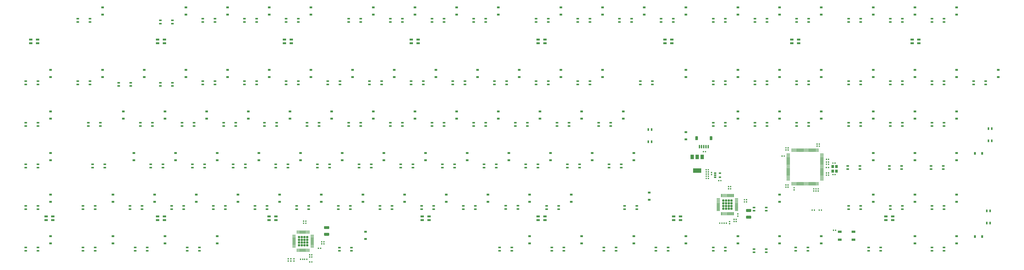
<source format=gbr>
G04 #@! TF.GenerationSoftware,KiCad,Pcbnew,(5.1.9)-1*
G04 #@! TF.CreationDate,2021-04-19T22:21:22+02:00*
G04 #@! TF.ProjectId,keyboard,6b657962-6f61-4726-942e-6b696361645f,rev?*
G04 #@! TF.SameCoordinates,Original*
G04 #@! TF.FileFunction,Paste,Bot*
G04 #@! TF.FilePolarity,Positive*
%FSLAX46Y46*%
G04 Gerber Fmt 4.6, Leading zero omitted, Abs format (unit mm)*
G04 Created by KiCad (PCBNEW (5.1.9)-1) date 2021-04-19 22:21:22*
%MOMM*%
%LPD*%
G01*
G04 APERTURE LIST*
%ADD10R,1.244600X0.800000*%
%ADD11R,1.500000X0.900000*%
%ADD12R,0.800000X1.244600*%
%ADD13R,1.200000X0.900000*%
%ADD14R,0.900000X1.200000*%
%ADD15R,1.800000X1.100000*%
%ADD16R,3.800000X2.000000*%
%ADD17R,1.500000X2.000000*%
%ADD18R,1.060000X0.650000*%
%ADD19R,1.200000X1.400000*%
G04 APERTURE END LIST*
G36*
G01*
X357773799Y-122845800D02*
X359623801Y-122845800D01*
G75*
G02*
X359873800Y-123095799I0J-249999D01*
G01*
X359873800Y-123920801D01*
G75*
G02*
X359623801Y-124170800I-249999J0D01*
G01*
X357773799Y-124170800D01*
G75*
G02*
X357523800Y-123920801I0J249999D01*
G01*
X357523800Y-123095799D01*
G75*
G02*
X357773799Y-122845800I249999J0D01*
G01*
G37*
G36*
G01*
X357773799Y-119770800D02*
X359623801Y-119770800D01*
G75*
G02*
X359873800Y-120020799I0J-249999D01*
G01*
X359873800Y-120845801D01*
G75*
G02*
X359623801Y-121095800I-249999J0D01*
G01*
X357773799Y-121095800D01*
G75*
G02*
X357523800Y-120845801I0J249999D01*
G01*
X357523800Y-120020799D01*
G75*
G02*
X357773799Y-119770800I249999J0D01*
G01*
G37*
G36*
G01*
X166675001Y-128925000D02*
X164824999Y-128925000D01*
G75*
G02*
X164575000Y-128675001I0J249999D01*
G01*
X164575000Y-127849999D01*
G75*
G02*
X164824999Y-127600000I249999J0D01*
G01*
X166675001Y-127600000D01*
G75*
G02*
X166925000Y-127849999I0J-249999D01*
G01*
X166925000Y-128675001D01*
G75*
G02*
X166675001Y-128925000I-249999J0D01*
G01*
G37*
G36*
G01*
X166675001Y-132000000D02*
X164824999Y-132000000D01*
G75*
G02*
X164575000Y-131750001I0J249999D01*
G01*
X164575000Y-130924999D01*
G75*
G02*
X164824999Y-130675000I249999J0D01*
G01*
X166675001Y-130675000D01*
G75*
G02*
X166925000Y-130924999I0J-249999D01*
G01*
X166925000Y-131750001D01*
G75*
G02*
X166675001Y-132000000I-249999J0D01*
G01*
G37*
D10*
X361200000Y-120550000D03*
X361200000Y-119050000D03*
X366762600Y-119050000D03*
X366762600Y-120550000D03*
G36*
G01*
X392975000Y-94425000D02*
X392975000Y-94575000D01*
G75*
G02*
X392900000Y-94650000I-75000J0D01*
G01*
X391450000Y-94650000D01*
G75*
G02*
X391375000Y-94575000I0J75000D01*
G01*
X391375000Y-94425000D01*
G75*
G02*
X391450000Y-94350000I75000J0D01*
G01*
X392900000Y-94350000D01*
G75*
G02*
X392975000Y-94425000I0J-75000D01*
G01*
G37*
G36*
G01*
X392975000Y-94925000D02*
X392975000Y-95075000D01*
G75*
G02*
X392900000Y-95150000I-75000J0D01*
G01*
X391450000Y-95150000D01*
G75*
G02*
X391375000Y-95075000I0J75000D01*
G01*
X391375000Y-94925000D01*
G75*
G02*
X391450000Y-94850000I75000J0D01*
G01*
X392900000Y-94850000D01*
G75*
G02*
X392975000Y-94925000I0J-75000D01*
G01*
G37*
G36*
G01*
X392975000Y-95425000D02*
X392975000Y-95575000D01*
G75*
G02*
X392900000Y-95650000I-75000J0D01*
G01*
X391450000Y-95650000D01*
G75*
G02*
X391375000Y-95575000I0J75000D01*
G01*
X391375000Y-95425000D01*
G75*
G02*
X391450000Y-95350000I75000J0D01*
G01*
X392900000Y-95350000D01*
G75*
G02*
X392975000Y-95425000I0J-75000D01*
G01*
G37*
G36*
G01*
X392975000Y-95925000D02*
X392975000Y-96075000D01*
G75*
G02*
X392900000Y-96150000I-75000J0D01*
G01*
X391450000Y-96150000D01*
G75*
G02*
X391375000Y-96075000I0J75000D01*
G01*
X391375000Y-95925000D01*
G75*
G02*
X391450000Y-95850000I75000J0D01*
G01*
X392900000Y-95850000D01*
G75*
G02*
X392975000Y-95925000I0J-75000D01*
G01*
G37*
G36*
G01*
X392975000Y-96425000D02*
X392975000Y-96575000D01*
G75*
G02*
X392900000Y-96650000I-75000J0D01*
G01*
X391450000Y-96650000D01*
G75*
G02*
X391375000Y-96575000I0J75000D01*
G01*
X391375000Y-96425000D01*
G75*
G02*
X391450000Y-96350000I75000J0D01*
G01*
X392900000Y-96350000D01*
G75*
G02*
X392975000Y-96425000I0J-75000D01*
G01*
G37*
G36*
G01*
X392975000Y-96925000D02*
X392975000Y-97075000D01*
G75*
G02*
X392900000Y-97150000I-75000J0D01*
G01*
X391450000Y-97150000D01*
G75*
G02*
X391375000Y-97075000I0J75000D01*
G01*
X391375000Y-96925000D01*
G75*
G02*
X391450000Y-96850000I75000J0D01*
G01*
X392900000Y-96850000D01*
G75*
G02*
X392975000Y-96925000I0J-75000D01*
G01*
G37*
G36*
G01*
X392975000Y-97425000D02*
X392975000Y-97575000D01*
G75*
G02*
X392900000Y-97650000I-75000J0D01*
G01*
X391450000Y-97650000D01*
G75*
G02*
X391375000Y-97575000I0J75000D01*
G01*
X391375000Y-97425000D01*
G75*
G02*
X391450000Y-97350000I75000J0D01*
G01*
X392900000Y-97350000D01*
G75*
G02*
X392975000Y-97425000I0J-75000D01*
G01*
G37*
G36*
G01*
X392975000Y-97925000D02*
X392975000Y-98075000D01*
G75*
G02*
X392900000Y-98150000I-75000J0D01*
G01*
X391450000Y-98150000D01*
G75*
G02*
X391375000Y-98075000I0J75000D01*
G01*
X391375000Y-97925000D01*
G75*
G02*
X391450000Y-97850000I75000J0D01*
G01*
X392900000Y-97850000D01*
G75*
G02*
X392975000Y-97925000I0J-75000D01*
G01*
G37*
G36*
G01*
X392975000Y-98425000D02*
X392975000Y-98575000D01*
G75*
G02*
X392900000Y-98650000I-75000J0D01*
G01*
X391450000Y-98650000D01*
G75*
G02*
X391375000Y-98575000I0J75000D01*
G01*
X391375000Y-98425000D01*
G75*
G02*
X391450000Y-98350000I75000J0D01*
G01*
X392900000Y-98350000D01*
G75*
G02*
X392975000Y-98425000I0J-75000D01*
G01*
G37*
G36*
G01*
X392975000Y-98925000D02*
X392975000Y-99075000D01*
G75*
G02*
X392900000Y-99150000I-75000J0D01*
G01*
X391450000Y-99150000D01*
G75*
G02*
X391375000Y-99075000I0J75000D01*
G01*
X391375000Y-98925000D01*
G75*
G02*
X391450000Y-98850000I75000J0D01*
G01*
X392900000Y-98850000D01*
G75*
G02*
X392975000Y-98925000I0J-75000D01*
G01*
G37*
G36*
G01*
X392975000Y-99425000D02*
X392975000Y-99575000D01*
G75*
G02*
X392900000Y-99650000I-75000J0D01*
G01*
X391450000Y-99650000D01*
G75*
G02*
X391375000Y-99575000I0J75000D01*
G01*
X391375000Y-99425000D01*
G75*
G02*
X391450000Y-99350000I75000J0D01*
G01*
X392900000Y-99350000D01*
G75*
G02*
X392975000Y-99425000I0J-75000D01*
G01*
G37*
G36*
G01*
X392975000Y-99925000D02*
X392975000Y-100075000D01*
G75*
G02*
X392900000Y-100150000I-75000J0D01*
G01*
X391450000Y-100150000D01*
G75*
G02*
X391375000Y-100075000I0J75000D01*
G01*
X391375000Y-99925000D01*
G75*
G02*
X391450000Y-99850000I75000J0D01*
G01*
X392900000Y-99850000D01*
G75*
G02*
X392975000Y-99925000I0J-75000D01*
G01*
G37*
G36*
G01*
X392975000Y-100425000D02*
X392975000Y-100575000D01*
G75*
G02*
X392900000Y-100650000I-75000J0D01*
G01*
X391450000Y-100650000D01*
G75*
G02*
X391375000Y-100575000I0J75000D01*
G01*
X391375000Y-100425000D01*
G75*
G02*
X391450000Y-100350000I75000J0D01*
G01*
X392900000Y-100350000D01*
G75*
G02*
X392975000Y-100425000I0J-75000D01*
G01*
G37*
G36*
G01*
X392975000Y-100925000D02*
X392975000Y-101075000D01*
G75*
G02*
X392900000Y-101150000I-75000J0D01*
G01*
X391450000Y-101150000D01*
G75*
G02*
X391375000Y-101075000I0J75000D01*
G01*
X391375000Y-100925000D01*
G75*
G02*
X391450000Y-100850000I75000J0D01*
G01*
X392900000Y-100850000D01*
G75*
G02*
X392975000Y-100925000I0J-75000D01*
G01*
G37*
G36*
G01*
X392975000Y-101425000D02*
X392975000Y-101575000D01*
G75*
G02*
X392900000Y-101650000I-75000J0D01*
G01*
X391450000Y-101650000D01*
G75*
G02*
X391375000Y-101575000I0J75000D01*
G01*
X391375000Y-101425000D01*
G75*
G02*
X391450000Y-101350000I75000J0D01*
G01*
X392900000Y-101350000D01*
G75*
G02*
X392975000Y-101425000I0J-75000D01*
G01*
G37*
G36*
G01*
X392975000Y-101925000D02*
X392975000Y-102075000D01*
G75*
G02*
X392900000Y-102150000I-75000J0D01*
G01*
X391450000Y-102150000D01*
G75*
G02*
X391375000Y-102075000I0J75000D01*
G01*
X391375000Y-101925000D01*
G75*
G02*
X391450000Y-101850000I75000J0D01*
G01*
X392900000Y-101850000D01*
G75*
G02*
X392975000Y-101925000I0J-75000D01*
G01*
G37*
G36*
G01*
X392975000Y-102425000D02*
X392975000Y-102575000D01*
G75*
G02*
X392900000Y-102650000I-75000J0D01*
G01*
X391450000Y-102650000D01*
G75*
G02*
X391375000Y-102575000I0J75000D01*
G01*
X391375000Y-102425000D01*
G75*
G02*
X391450000Y-102350000I75000J0D01*
G01*
X392900000Y-102350000D01*
G75*
G02*
X392975000Y-102425000I0J-75000D01*
G01*
G37*
G36*
G01*
X392975000Y-102925000D02*
X392975000Y-103075000D01*
G75*
G02*
X392900000Y-103150000I-75000J0D01*
G01*
X391450000Y-103150000D01*
G75*
G02*
X391375000Y-103075000I0J75000D01*
G01*
X391375000Y-102925000D01*
G75*
G02*
X391450000Y-102850000I75000J0D01*
G01*
X392900000Y-102850000D01*
G75*
G02*
X392975000Y-102925000I0J-75000D01*
G01*
G37*
G36*
G01*
X392975000Y-103425000D02*
X392975000Y-103575000D01*
G75*
G02*
X392900000Y-103650000I-75000J0D01*
G01*
X391450000Y-103650000D01*
G75*
G02*
X391375000Y-103575000I0J75000D01*
G01*
X391375000Y-103425000D01*
G75*
G02*
X391450000Y-103350000I75000J0D01*
G01*
X392900000Y-103350000D01*
G75*
G02*
X392975000Y-103425000I0J-75000D01*
G01*
G37*
G36*
G01*
X392975000Y-103925000D02*
X392975000Y-104075000D01*
G75*
G02*
X392900000Y-104150000I-75000J0D01*
G01*
X391450000Y-104150000D01*
G75*
G02*
X391375000Y-104075000I0J75000D01*
G01*
X391375000Y-103925000D01*
G75*
G02*
X391450000Y-103850000I75000J0D01*
G01*
X392900000Y-103850000D01*
G75*
G02*
X392975000Y-103925000I0J-75000D01*
G01*
G37*
G36*
G01*
X392975000Y-104425000D02*
X392975000Y-104575000D01*
G75*
G02*
X392900000Y-104650000I-75000J0D01*
G01*
X391450000Y-104650000D01*
G75*
G02*
X391375000Y-104575000I0J75000D01*
G01*
X391375000Y-104425000D01*
G75*
G02*
X391450000Y-104350000I75000J0D01*
G01*
X392900000Y-104350000D01*
G75*
G02*
X392975000Y-104425000I0J-75000D01*
G01*
G37*
G36*
G01*
X392975000Y-104925000D02*
X392975000Y-105075000D01*
G75*
G02*
X392900000Y-105150000I-75000J0D01*
G01*
X391450000Y-105150000D01*
G75*
G02*
X391375000Y-105075000I0J75000D01*
G01*
X391375000Y-104925000D01*
G75*
G02*
X391450000Y-104850000I75000J0D01*
G01*
X392900000Y-104850000D01*
G75*
G02*
X392975000Y-104925000I0J-75000D01*
G01*
G37*
G36*
G01*
X392975000Y-105425000D02*
X392975000Y-105575000D01*
G75*
G02*
X392900000Y-105650000I-75000J0D01*
G01*
X391450000Y-105650000D01*
G75*
G02*
X391375000Y-105575000I0J75000D01*
G01*
X391375000Y-105425000D01*
G75*
G02*
X391450000Y-105350000I75000J0D01*
G01*
X392900000Y-105350000D01*
G75*
G02*
X392975000Y-105425000I0J-75000D01*
G01*
G37*
G36*
G01*
X392975000Y-105925000D02*
X392975000Y-106075000D01*
G75*
G02*
X392900000Y-106150000I-75000J0D01*
G01*
X391450000Y-106150000D01*
G75*
G02*
X391375000Y-106075000I0J75000D01*
G01*
X391375000Y-105925000D01*
G75*
G02*
X391450000Y-105850000I75000J0D01*
G01*
X392900000Y-105850000D01*
G75*
G02*
X392975000Y-105925000I0J-75000D01*
G01*
G37*
G36*
G01*
X392975000Y-106425000D02*
X392975000Y-106575000D01*
G75*
G02*
X392900000Y-106650000I-75000J0D01*
G01*
X391450000Y-106650000D01*
G75*
G02*
X391375000Y-106575000I0J75000D01*
G01*
X391375000Y-106425000D01*
G75*
G02*
X391450000Y-106350000I75000J0D01*
G01*
X392900000Y-106350000D01*
G75*
G02*
X392975000Y-106425000I0J-75000D01*
G01*
G37*
G36*
G01*
X390650000Y-107450000D02*
X390650000Y-108900000D01*
G75*
G02*
X390575000Y-108975000I-75000J0D01*
G01*
X390425000Y-108975000D01*
G75*
G02*
X390350000Y-108900000I0J75000D01*
G01*
X390350000Y-107450000D01*
G75*
G02*
X390425000Y-107375000I75000J0D01*
G01*
X390575000Y-107375000D01*
G75*
G02*
X390650000Y-107450000I0J-75000D01*
G01*
G37*
G36*
G01*
X390150000Y-107450000D02*
X390150000Y-108900000D01*
G75*
G02*
X390075000Y-108975000I-75000J0D01*
G01*
X389925000Y-108975000D01*
G75*
G02*
X389850000Y-108900000I0J75000D01*
G01*
X389850000Y-107450000D01*
G75*
G02*
X389925000Y-107375000I75000J0D01*
G01*
X390075000Y-107375000D01*
G75*
G02*
X390150000Y-107450000I0J-75000D01*
G01*
G37*
G36*
G01*
X389650000Y-107450000D02*
X389650000Y-108900000D01*
G75*
G02*
X389575000Y-108975000I-75000J0D01*
G01*
X389425000Y-108975000D01*
G75*
G02*
X389350000Y-108900000I0J75000D01*
G01*
X389350000Y-107450000D01*
G75*
G02*
X389425000Y-107375000I75000J0D01*
G01*
X389575000Y-107375000D01*
G75*
G02*
X389650000Y-107450000I0J-75000D01*
G01*
G37*
G36*
G01*
X389150000Y-107450000D02*
X389150000Y-108900000D01*
G75*
G02*
X389075000Y-108975000I-75000J0D01*
G01*
X388925000Y-108975000D01*
G75*
G02*
X388850000Y-108900000I0J75000D01*
G01*
X388850000Y-107450000D01*
G75*
G02*
X388925000Y-107375000I75000J0D01*
G01*
X389075000Y-107375000D01*
G75*
G02*
X389150000Y-107450000I0J-75000D01*
G01*
G37*
G36*
G01*
X388650000Y-107450000D02*
X388650000Y-108900000D01*
G75*
G02*
X388575000Y-108975000I-75000J0D01*
G01*
X388425000Y-108975000D01*
G75*
G02*
X388350000Y-108900000I0J75000D01*
G01*
X388350000Y-107450000D01*
G75*
G02*
X388425000Y-107375000I75000J0D01*
G01*
X388575000Y-107375000D01*
G75*
G02*
X388650000Y-107450000I0J-75000D01*
G01*
G37*
G36*
G01*
X388150000Y-107450000D02*
X388150000Y-108900000D01*
G75*
G02*
X388075000Y-108975000I-75000J0D01*
G01*
X387925000Y-108975000D01*
G75*
G02*
X387850000Y-108900000I0J75000D01*
G01*
X387850000Y-107450000D01*
G75*
G02*
X387925000Y-107375000I75000J0D01*
G01*
X388075000Y-107375000D01*
G75*
G02*
X388150000Y-107450000I0J-75000D01*
G01*
G37*
G36*
G01*
X387650000Y-107450000D02*
X387650000Y-108900000D01*
G75*
G02*
X387575000Y-108975000I-75000J0D01*
G01*
X387425000Y-108975000D01*
G75*
G02*
X387350000Y-108900000I0J75000D01*
G01*
X387350000Y-107450000D01*
G75*
G02*
X387425000Y-107375000I75000J0D01*
G01*
X387575000Y-107375000D01*
G75*
G02*
X387650000Y-107450000I0J-75000D01*
G01*
G37*
G36*
G01*
X387150000Y-107450000D02*
X387150000Y-108900000D01*
G75*
G02*
X387075000Y-108975000I-75000J0D01*
G01*
X386925000Y-108975000D01*
G75*
G02*
X386850000Y-108900000I0J75000D01*
G01*
X386850000Y-107450000D01*
G75*
G02*
X386925000Y-107375000I75000J0D01*
G01*
X387075000Y-107375000D01*
G75*
G02*
X387150000Y-107450000I0J-75000D01*
G01*
G37*
G36*
G01*
X386650000Y-107450000D02*
X386650000Y-108900000D01*
G75*
G02*
X386575000Y-108975000I-75000J0D01*
G01*
X386425000Y-108975000D01*
G75*
G02*
X386350000Y-108900000I0J75000D01*
G01*
X386350000Y-107450000D01*
G75*
G02*
X386425000Y-107375000I75000J0D01*
G01*
X386575000Y-107375000D01*
G75*
G02*
X386650000Y-107450000I0J-75000D01*
G01*
G37*
G36*
G01*
X386150000Y-107450000D02*
X386150000Y-108900000D01*
G75*
G02*
X386075000Y-108975000I-75000J0D01*
G01*
X385925000Y-108975000D01*
G75*
G02*
X385850000Y-108900000I0J75000D01*
G01*
X385850000Y-107450000D01*
G75*
G02*
X385925000Y-107375000I75000J0D01*
G01*
X386075000Y-107375000D01*
G75*
G02*
X386150000Y-107450000I0J-75000D01*
G01*
G37*
G36*
G01*
X385650000Y-107450000D02*
X385650000Y-108900000D01*
G75*
G02*
X385575000Y-108975000I-75000J0D01*
G01*
X385425000Y-108975000D01*
G75*
G02*
X385350000Y-108900000I0J75000D01*
G01*
X385350000Y-107450000D01*
G75*
G02*
X385425000Y-107375000I75000J0D01*
G01*
X385575000Y-107375000D01*
G75*
G02*
X385650000Y-107450000I0J-75000D01*
G01*
G37*
G36*
G01*
X385150000Y-107450000D02*
X385150000Y-108900000D01*
G75*
G02*
X385075000Y-108975000I-75000J0D01*
G01*
X384925000Y-108975000D01*
G75*
G02*
X384850000Y-108900000I0J75000D01*
G01*
X384850000Y-107450000D01*
G75*
G02*
X384925000Y-107375000I75000J0D01*
G01*
X385075000Y-107375000D01*
G75*
G02*
X385150000Y-107450000I0J-75000D01*
G01*
G37*
G36*
G01*
X384650000Y-107450000D02*
X384650000Y-108900000D01*
G75*
G02*
X384575000Y-108975000I-75000J0D01*
G01*
X384425000Y-108975000D01*
G75*
G02*
X384350000Y-108900000I0J75000D01*
G01*
X384350000Y-107450000D01*
G75*
G02*
X384425000Y-107375000I75000J0D01*
G01*
X384575000Y-107375000D01*
G75*
G02*
X384650000Y-107450000I0J-75000D01*
G01*
G37*
G36*
G01*
X384150000Y-107450000D02*
X384150000Y-108900000D01*
G75*
G02*
X384075000Y-108975000I-75000J0D01*
G01*
X383925000Y-108975000D01*
G75*
G02*
X383850000Y-108900000I0J75000D01*
G01*
X383850000Y-107450000D01*
G75*
G02*
X383925000Y-107375000I75000J0D01*
G01*
X384075000Y-107375000D01*
G75*
G02*
X384150000Y-107450000I0J-75000D01*
G01*
G37*
G36*
G01*
X383650000Y-107450000D02*
X383650000Y-108900000D01*
G75*
G02*
X383575000Y-108975000I-75000J0D01*
G01*
X383425000Y-108975000D01*
G75*
G02*
X383350000Y-108900000I0J75000D01*
G01*
X383350000Y-107450000D01*
G75*
G02*
X383425000Y-107375000I75000J0D01*
G01*
X383575000Y-107375000D01*
G75*
G02*
X383650000Y-107450000I0J-75000D01*
G01*
G37*
G36*
G01*
X383150000Y-107450000D02*
X383150000Y-108900000D01*
G75*
G02*
X383075000Y-108975000I-75000J0D01*
G01*
X382925000Y-108975000D01*
G75*
G02*
X382850000Y-108900000I0J75000D01*
G01*
X382850000Y-107450000D01*
G75*
G02*
X382925000Y-107375000I75000J0D01*
G01*
X383075000Y-107375000D01*
G75*
G02*
X383150000Y-107450000I0J-75000D01*
G01*
G37*
G36*
G01*
X382650000Y-107450000D02*
X382650000Y-108900000D01*
G75*
G02*
X382575000Y-108975000I-75000J0D01*
G01*
X382425000Y-108975000D01*
G75*
G02*
X382350000Y-108900000I0J75000D01*
G01*
X382350000Y-107450000D01*
G75*
G02*
X382425000Y-107375000I75000J0D01*
G01*
X382575000Y-107375000D01*
G75*
G02*
X382650000Y-107450000I0J-75000D01*
G01*
G37*
G36*
G01*
X382150000Y-107450000D02*
X382150000Y-108900000D01*
G75*
G02*
X382075000Y-108975000I-75000J0D01*
G01*
X381925000Y-108975000D01*
G75*
G02*
X381850000Y-108900000I0J75000D01*
G01*
X381850000Y-107450000D01*
G75*
G02*
X381925000Y-107375000I75000J0D01*
G01*
X382075000Y-107375000D01*
G75*
G02*
X382150000Y-107450000I0J-75000D01*
G01*
G37*
G36*
G01*
X381650000Y-107450000D02*
X381650000Y-108900000D01*
G75*
G02*
X381575000Y-108975000I-75000J0D01*
G01*
X381425000Y-108975000D01*
G75*
G02*
X381350000Y-108900000I0J75000D01*
G01*
X381350000Y-107450000D01*
G75*
G02*
X381425000Y-107375000I75000J0D01*
G01*
X381575000Y-107375000D01*
G75*
G02*
X381650000Y-107450000I0J-75000D01*
G01*
G37*
G36*
G01*
X381150000Y-107450000D02*
X381150000Y-108900000D01*
G75*
G02*
X381075000Y-108975000I-75000J0D01*
G01*
X380925000Y-108975000D01*
G75*
G02*
X380850000Y-108900000I0J75000D01*
G01*
X380850000Y-107450000D01*
G75*
G02*
X380925000Y-107375000I75000J0D01*
G01*
X381075000Y-107375000D01*
G75*
G02*
X381150000Y-107450000I0J-75000D01*
G01*
G37*
G36*
G01*
X380650000Y-107450000D02*
X380650000Y-108900000D01*
G75*
G02*
X380575000Y-108975000I-75000J0D01*
G01*
X380425000Y-108975000D01*
G75*
G02*
X380350000Y-108900000I0J75000D01*
G01*
X380350000Y-107450000D01*
G75*
G02*
X380425000Y-107375000I75000J0D01*
G01*
X380575000Y-107375000D01*
G75*
G02*
X380650000Y-107450000I0J-75000D01*
G01*
G37*
G36*
G01*
X380150000Y-107450000D02*
X380150000Y-108900000D01*
G75*
G02*
X380075000Y-108975000I-75000J0D01*
G01*
X379925000Y-108975000D01*
G75*
G02*
X379850000Y-108900000I0J75000D01*
G01*
X379850000Y-107450000D01*
G75*
G02*
X379925000Y-107375000I75000J0D01*
G01*
X380075000Y-107375000D01*
G75*
G02*
X380150000Y-107450000I0J-75000D01*
G01*
G37*
G36*
G01*
X379650000Y-107450000D02*
X379650000Y-108900000D01*
G75*
G02*
X379575000Y-108975000I-75000J0D01*
G01*
X379425000Y-108975000D01*
G75*
G02*
X379350000Y-108900000I0J75000D01*
G01*
X379350000Y-107450000D01*
G75*
G02*
X379425000Y-107375000I75000J0D01*
G01*
X379575000Y-107375000D01*
G75*
G02*
X379650000Y-107450000I0J-75000D01*
G01*
G37*
G36*
G01*
X379150000Y-107450000D02*
X379150000Y-108900000D01*
G75*
G02*
X379075000Y-108975000I-75000J0D01*
G01*
X378925000Y-108975000D01*
G75*
G02*
X378850000Y-108900000I0J75000D01*
G01*
X378850000Y-107450000D01*
G75*
G02*
X378925000Y-107375000I75000J0D01*
G01*
X379075000Y-107375000D01*
G75*
G02*
X379150000Y-107450000I0J-75000D01*
G01*
G37*
G36*
G01*
X378650000Y-107450000D02*
X378650000Y-108900000D01*
G75*
G02*
X378575000Y-108975000I-75000J0D01*
G01*
X378425000Y-108975000D01*
G75*
G02*
X378350000Y-108900000I0J75000D01*
G01*
X378350000Y-107450000D01*
G75*
G02*
X378425000Y-107375000I75000J0D01*
G01*
X378575000Y-107375000D01*
G75*
G02*
X378650000Y-107450000I0J-75000D01*
G01*
G37*
G36*
G01*
X377625000Y-106425000D02*
X377625000Y-106575000D01*
G75*
G02*
X377550000Y-106650000I-75000J0D01*
G01*
X376100000Y-106650000D01*
G75*
G02*
X376025000Y-106575000I0J75000D01*
G01*
X376025000Y-106425000D01*
G75*
G02*
X376100000Y-106350000I75000J0D01*
G01*
X377550000Y-106350000D01*
G75*
G02*
X377625000Y-106425000I0J-75000D01*
G01*
G37*
G36*
G01*
X377625000Y-105925000D02*
X377625000Y-106075000D01*
G75*
G02*
X377550000Y-106150000I-75000J0D01*
G01*
X376100000Y-106150000D01*
G75*
G02*
X376025000Y-106075000I0J75000D01*
G01*
X376025000Y-105925000D01*
G75*
G02*
X376100000Y-105850000I75000J0D01*
G01*
X377550000Y-105850000D01*
G75*
G02*
X377625000Y-105925000I0J-75000D01*
G01*
G37*
G36*
G01*
X377625000Y-105425000D02*
X377625000Y-105575000D01*
G75*
G02*
X377550000Y-105650000I-75000J0D01*
G01*
X376100000Y-105650000D01*
G75*
G02*
X376025000Y-105575000I0J75000D01*
G01*
X376025000Y-105425000D01*
G75*
G02*
X376100000Y-105350000I75000J0D01*
G01*
X377550000Y-105350000D01*
G75*
G02*
X377625000Y-105425000I0J-75000D01*
G01*
G37*
G36*
G01*
X377625000Y-104925000D02*
X377625000Y-105075000D01*
G75*
G02*
X377550000Y-105150000I-75000J0D01*
G01*
X376100000Y-105150000D01*
G75*
G02*
X376025000Y-105075000I0J75000D01*
G01*
X376025000Y-104925000D01*
G75*
G02*
X376100000Y-104850000I75000J0D01*
G01*
X377550000Y-104850000D01*
G75*
G02*
X377625000Y-104925000I0J-75000D01*
G01*
G37*
G36*
G01*
X377625000Y-104425000D02*
X377625000Y-104575000D01*
G75*
G02*
X377550000Y-104650000I-75000J0D01*
G01*
X376100000Y-104650000D01*
G75*
G02*
X376025000Y-104575000I0J75000D01*
G01*
X376025000Y-104425000D01*
G75*
G02*
X376100000Y-104350000I75000J0D01*
G01*
X377550000Y-104350000D01*
G75*
G02*
X377625000Y-104425000I0J-75000D01*
G01*
G37*
G36*
G01*
X377625000Y-103925000D02*
X377625000Y-104075000D01*
G75*
G02*
X377550000Y-104150000I-75000J0D01*
G01*
X376100000Y-104150000D01*
G75*
G02*
X376025000Y-104075000I0J75000D01*
G01*
X376025000Y-103925000D01*
G75*
G02*
X376100000Y-103850000I75000J0D01*
G01*
X377550000Y-103850000D01*
G75*
G02*
X377625000Y-103925000I0J-75000D01*
G01*
G37*
G36*
G01*
X377625000Y-103425000D02*
X377625000Y-103575000D01*
G75*
G02*
X377550000Y-103650000I-75000J0D01*
G01*
X376100000Y-103650000D01*
G75*
G02*
X376025000Y-103575000I0J75000D01*
G01*
X376025000Y-103425000D01*
G75*
G02*
X376100000Y-103350000I75000J0D01*
G01*
X377550000Y-103350000D01*
G75*
G02*
X377625000Y-103425000I0J-75000D01*
G01*
G37*
G36*
G01*
X377625000Y-102925000D02*
X377625000Y-103075000D01*
G75*
G02*
X377550000Y-103150000I-75000J0D01*
G01*
X376100000Y-103150000D01*
G75*
G02*
X376025000Y-103075000I0J75000D01*
G01*
X376025000Y-102925000D01*
G75*
G02*
X376100000Y-102850000I75000J0D01*
G01*
X377550000Y-102850000D01*
G75*
G02*
X377625000Y-102925000I0J-75000D01*
G01*
G37*
G36*
G01*
X377625000Y-102425000D02*
X377625000Y-102575000D01*
G75*
G02*
X377550000Y-102650000I-75000J0D01*
G01*
X376100000Y-102650000D01*
G75*
G02*
X376025000Y-102575000I0J75000D01*
G01*
X376025000Y-102425000D01*
G75*
G02*
X376100000Y-102350000I75000J0D01*
G01*
X377550000Y-102350000D01*
G75*
G02*
X377625000Y-102425000I0J-75000D01*
G01*
G37*
G36*
G01*
X377625000Y-101925000D02*
X377625000Y-102075000D01*
G75*
G02*
X377550000Y-102150000I-75000J0D01*
G01*
X376100000Y-102150000D01*
G75*
G02*
X376025000Y-102075000I0J75000D01*
G01*
X376025000Y-101925000D01*
G75*
G02*
X376100000Y-101850000I75000J0D01*
G01*
X377550000Y-101850000D01*
G75*
G02*
X377625000Y-101925000I0J-75000D01*
G01*
G37*
G36*
G01*
X377625000Y-101425000D02*
X377625000Y-101575000D01*
G75*
G02*
X377550000Y-101650000I-75000J0D01*
G01*
X376100000Y-101650000D01*
G75*
G02*
X376025000Y-101575000I0J75000D01*
G01*
X376025000Y-101425000D01*
G75*
G02*
X376100000Y-101350000I75000J0D01*
G01*
X377550000Y-101350000D01*
G75*
G02*
X377625000Y-101425000I0J-75000D01*
G01*
G37*
G36*
G01*
X377625000Y-100925000D02*
X377625000Y-101075000D01*
G75*
G02*
X377550000Y-101150000I-75000J0D01*
G01*
X376100000Y-101150000D01*
G75*
G02*
X376025000Y-101075000I0J75000D01*
G01*
X376025000Y-100925000D01*
G75*
G02*
X376100000Y-100850000I75000J0D01*
G01*
X377550000Y-100850000D01*
G75*
G02*
X377625000Y-100925000I0J-75000D01*
G01*
G37*
G36*
G01*
X377625000Y-100425000D02*
X377625000Y-100575000D01*
G75*
G02*
X377550000Y-100650000I-75000J0D01*
G01*
X376100000Y-100650000D01*
G75*
G02*
X376025000Y-100575000I0J75000D01*
G01*
X376025000Y-100425000D01*
G75*
G02*
X376100000Y-100350000I75000J0D01*
G01*
X377550000Y-100350000D01*
G75*
G02*
X377625000Y-100425000I0J-75000D01*
G01*
G37*
G36*
G01*
X377625000Y-99925000D02*
X377625000Y-100075000D01*
G75*
G02*
X377550000Y-100150000I-75000J0D01*
G01*
X376100000Y-100150000D01*
G75*
G02*
X376025000Y-100075000I0J75000D01*
G01*
X376025000Y-99925000D01*
G75*
G02*
X376100000Y-99850000I75000J0D01*
G01*
X377550000Y-99850000D01*
G75*
G02*
X377625000Y-99925000I0J-75000D01*
G01*
G37*
G36*
G01*
X377625000Y-99425000D02*
X377625000Y-99575000D01*
G75*
G02*
X377550000Y-99650000I-75000J0D01*
G01*
X376100000Y-99650000D01*
G75*
G02*
X376025000Y-99575000I0J75000D01*
G01*
X376025000Y-99425000D01*
G75*
G02*
X376100000Y-99350000I75000J0D01*
G01*
X377550000Y-99350000D01*
G75*
G02*
X377625000Y-99425000I0J-75000D01*
G01*
G37*
G36*
G01*
X377625000Y-98925000D02*
X377625000Y-99075000D01*
G75*
G02*
X377550000Y-99150000I-75000J0D01*
G01*
X376100000Y-99150000D01*
G75*
G02*
X376025000Y-99075000I0J75000D01*
G01*
X376025000Y-98925000D01*
G75*
G02*
X376100000Y-98850000I75000J0D01*
G01*
X377550000Y-98850000D01*
G75*
G02*
X377625000Y-98925000I0J-75000D01*
G01*
G37*
G36*
G01*
X377625000Y-98425000D02*
X377625000Y-98575000D01*
G75*
G02*
X377550000Y-98650000I-75000J0D01*
G01*
X376100000Y-98650000D01*
G75*
G02*
X376025000Y-98575000I0J75000D01*
G01*
X376025000Y-98425000D01*
G75*
G02*
X376100000Y-98350000I75000J0D01*
G01*
X377550000Y-98350000D01*
G75*
G02*
X377625000Y-98425000I0J-75000D01*
G01*
G37*
G36*
G01*
X377625000Y-97925000D02*
X377625000Y-98075000D01*
G75*
G02*
X377550000Y-98150000I-75000J0D01*
G01*
X376100000Y-98150000D01*
G75*
G02*
X376025000Y-98075000I0J75000D01*
G01*
X376025000Y-97925000D01*
G75*
G02*
X376100000Y-97850000I75000J0D01*
G01*
X377550000Y-97850000D01*
G75*
G02*
X377625000Y-97925000I0J-75000D01*
G01*
G37*
G36*
G01*
X377625000Y-97425000D02*
X377625000Y-97575000D01*
G75*
G02*
X377550000Y-97650000I-75000J0D01*
G01*
X376100000Y-97650000D01*
G75*
G02*
X376025000Y-97575000I0J75000D01*
G01*
X376025000Y-97425000D01*
G75*
G02*
X376100000Y-97350000I75000J0D01*
G01*
X377550000Y-97350000D01*
G75*
G02*
X377625000Y-97425000I0J-75000D01*
G01*
G37*
G36*
G01*
X377625000Y-96925000D02*
X377625000Y-97075000D01*
G75*
G02*
X377550000Y-97150000I-75000J0D01*
G01*
X376100000Y-97150000D01*
G75*
G02*
X376025000Y-97075000I0J75000D01*
G01*
X376025000Y-96925000D01*
G75*
G02*
X376100000Y-96850000I75000J0D01*
G01*
X377550000Y-96850000D01*
G75*
G02*
X377625000Y-96925000I0J-75000D01*
G01*
G37*
G36*
G01*
X377625000Y-96425000D02*
X377625000Y-96575000D01*
G75*
G02*
X377550000Y-96650000I-75000J0D01*
G01*
X376100000Y-96650000D01*
G75*
G02*
X376025000Y-96575000I0J75000D01*
G01*
X376025000Y-96425000D01*
G75*
G02*
X376100000Y-96350000I75000J0D01*
G01*
X377550000Y-96350000D01*
G75*
G02*
X377625000Y-96425000I0J-75000D01*
G01*
G37*
G36*
G01*
X377625000Y-95925000D02*
X377625000Y-96075000D01*
G75*
G02*
X377550000Y-96150000I-75000J0D01*
G01*
X376100000Y-96150000D01*
G75*
G02*
X376025000Y-96075000I0J75000D01*
G01*
X376025000Y-95925000D01*
G75*
G02*
X376100000Y-95850000I75000J0D01*
G01*
X377550000Y-95850000D01*
G75*
G02*
X377625000Y-95925000I0J-75000D01*
G01*
G37*
G36*
G01*
X377625000Y-95425000D02*
X377625000Y-95575000D01*
G75*
G02*
X377550000Y-95650000I-75000J0D01*
G01*
X376100000Y-95650000D01*
G75*
G02*
X376025000Y-95575000I0J75000D01*
G01*
X376025000Y-95425000D01*
G75*
G02*
X376100000Y-95350000I75000J0D01*
G01*
X377550000Y-95350000D01*
G75*
G02*
X377625000Y-95425000I0J-75000D01*
G01*
G37*
G36*
G01*
X377625000Y-94925000D02*
X377625000Y-95075000D01*
G75*
G02*
X377550000Y-95150000I-75000J0D01*
G01*
X376100000Y-95150000D01*
G75*
G02*
X376025000Y-95075000I0J75000D01*
G01*
X376025000Y-94925000D01*
G75*
G02*
X376100000Y-94850000I75000J0D01*
G01*
X377550000Y-94850000D01*
G75*
G02*
X377625000Y-94925000I0J-75000D01*
G01*
G37*
G36*
G01*
X377625000Y-94425000D02*
X377625000Y-94575000D01*
G75*
G02*
X377550000Y-94650000I-75000J0D01*
G01*
X376100000Y-94650000D01*
G75*
G02*
X376025000Y-94575000I0J75000D01*
G01*
X376025000Y-94425000D01*
G75*
G02*
X376100000Y-94350000I75000J0D01*
G01*
X377550000Y-94350000D01*
G75*
G02*
X377625000Y-94425000I0J-75000D01*
G01*
G37*
G36*
G01*
X378650000Y-92100000D02*
X378650000Y-93550000D01*
G75*
G02*
X378575000Y-93625000I-75000J0D01*
G01*
X378425000Y-93625000D01*
G75*
G02*
X378350000Y-93550000I0J75000D01*
G01*
X378350000Y-92100000D01*
G75*
G02*
X378425000Y-92025000I75000J0D01*
G01*
X378575000Y-92025000D01*
G75*
G02*
X378650000Y-92100000I0J-75000D01*
G01*
G37*
G36*
G01*
X379150000Y-92100000D02*
X379150000Y-93550000D01*
G75*
G02*
X379075000Y-93625000I-75000J0D01*
G01*
X378925000Y-93625000D01*
G75*
G02*
X378850000Y-93550000I0J75000D01*
G01*
X378850000Y-92100000D01*
G75*
G02*
X378925000Y-92025000I75000J0D01*
G01*
X379075000Y-92025000D01*
G75*
G02*
X379150000Y-92100000I0J-75000D01*
G01*
G37*
G36*
G01*
X379650000Y-92100000D02*
X379650000Y-93550000D01*
G75*
G02*
X379575000Y-93625000I-75000J0D01*
G01*
X379425000Y-93625000D01*
G75*
G02*
X379350000Y-93550000I0J75000D01*
G01*
X379350000Y-92100000D01*
G75*
G02*
X379425000Y-92025000I75000J0D01*
G01*
X379575000Y-92025000D01*
G75*
G02*
X379650000Y-92100000I0J-75000D01*
G01*
G37*
G36*
G01*
X380150000Y-92100000D02*
X380150000Y-93550000D01*
G75*
G02*
X380075000Y-93625000I-75000J0D01*
G01*
X379925000Y-93625000D01*
G75*
G02*
X379850000Y-93550000I0J75000D01*
G01*
X379850000Y-92100000D01*
G75*
G02*
X379925000Y-92025000I75000J0D01*
G01*
X380075000Y-92025000D01*
G75*
G02*
X380150000Y-92100000I0J-75000D01*
G01*
G37*
G36*
G01*
X380650000Y-92100000D02*
X380650000Y-93550000D01*
G75*
G02*
X380575000Y-93625000I-75000J0D01*
G01*
X380425000Y-93625000D01*
G75*
G02*
X380350000Y-93550000I0J75000D01*
G01*
X380350000Y-92100000D01*
G75*
G02*
X380425000Y-92025000I75000J0D01*
G01*
X380575000Y-92025000D01*
G75*
G02*
X380650000Y-92100000I0J-75000D01*
G01*
G37*
G36*
G01*
X381150000Y-92100000D02*
X381150000Y-93550000D01*
G75*
G02*
X381075000Y-93625000I-75000J0D01*
G01*
X380925000Y-93625000D01*
G75*
G02*
X380850000Y-93550000I0J75000D01*
G01*
X380850000Y-92100000D01*
G75*
G02*
X380925000Y-92025000I75000J0D01*
G01*
X381075000Y-92025000D01*
G75*
G02*
X381150000Y-92100000I0J-75000D01*
G01*
G37*
G36*
G01*
X381650000Y-92100000D02*
X381650000Y-93550000D01*
G75*
G02*
X381575000Y-93625000I-75000J0D01*
G01*
X381425000Y-93625000D01*
G75*
G02*
X381350000Y-93550000I0J75000D01*
G01*
X381350000Y-92100000D01*
G75*
G02*
X381425000Y-92025000I75000J0D01*
G01*
X381575000Y-92025000D01*
G75*
G02*
X381650000Y-92100000I0J-75000D01*
G01*
G37*
G36*
G01*
X382150000Y-92100000D02*
X382150000Y-93550000D01*
G75*
G02*
X382075000Y-93625000I-75000J0D01*
G01*
X381925000Y-93625000D01*
G75*
G02*
X381850000Y-93550000I0J75000D01*
G01*
X381850000Y-92100000D01*
G75*
G02*
X381925000Y-92025000I75000J0D01*
G01*
X382075000Y-92025000D01*
G75*
G02*
X382150000Y-92100000I0J-75000D01*
G01*
G37*
G36*
G01*
X382650000Y-92100000D02*
X382650000Y-93550000D01*
G75*
G02*
X382575000Y-93625000I-75000J0D01*
G01*
X382425000Y-93625000D01*
G75*
G02*
X382350000Y-93550000I0J75000D01*
G01*
X382350000Y-92100000D01*
G75*
G02*
X382425000Y-92025000I75000J0D01*
G01*
X382575000Y-92025000D01*
G75*
G02*
X382650000Y-92100000I0J-75000D01*
G01*
G37*
G36*
G01*
X383150000Y-92100000D02*
X383150000Y-93550000D01*
G75*
G02*
X383075000Y-93625000I-75000J0D01*
G01*
X382925000Y-93625000D01*
G75*
G02*
X382850000Y-93550000I0J75000D01*
G01*
X382850000Y-92100000D01*
G75*
G02*
X382925000Y-92025000I75000J0D01*
G01*
X383075000Y-92025000D01*
G75*
G02*
X383150000Y-92100000I0J-75000D01*
G01*
G37*
G36*
G01*
X383650000Y-92100000D02*
X383650000Y-93550000D01*
G75*
G02*
X383575000Y-93625000I-75000J0D01*
G01*
X383425000Y-93625000D01*
G75*
G02*
X383350000Y-93550000I0J75000D01*
G01*
X383350000Y-92100000D01*
G75*
G02*
X383425000Y-92025000I75000J0D01*
G01*
X383575000Y-92025000D01*
G75*
G02*
X383650000Y-92100000I0J-75000D01*
G01*
G37*
G36*
G01*
X384150000Y-92100000D02*
X384150000Y-93550000D01*
G75*
G02*
X384075000Y-93625000I-75000J0D01*
G01*
X383925000Y-93625000D01*
G75*
G02*
X383850000Y-93550000I0J75000D01*
G01*
X383850000Y-92100000D01*
G75*
G02*
X383925000Y-92025000I75000J0D01*
G01*
X384075000Y-92025000D01*
G75*
G02*
X384150000Y-92100000I0J-75000D01*
G01*
G37*
G36*
G01*
X384650000Y-92100000D02*
X384650000Y-93550000D01*
G75*
G02*
X384575000Y-93625000I-75000J0D01*
G01*
X384425000Y-93625000D01*
G75*
G02*
X384350000Y-93550000I0J75000D01*
G01*
X384350000Y-92100000D01*
G75*
G02*
X384425000Y-92025000I75000J0D01*
G01*
X384575000Y-92025000D01*
G75*
G02*
X384650000Y-92100000I0J-75000D01*
G01*
G37*
G36*
G01*
X385150000Y-92100000D02*
X385150000Y-93550000D01*
G75*
G02*
X385075000Y-93625000I-75000J0D01*
G01*
X384925000Y-93625000D01*
G75*
G02*
X384850000Y-93550000I0J75000D01*
G01*
X384850000Y-92100000D01*
G75*
G02*
X384925000Y-92025000I75000J0D01*
G01*
X385075000Y-92025000D01*
G75*
G02*
X385150000Y-92100000I0J-75000D01*
G01*
G37*
G36*
G01*
X385650000Y-92100000D02*
X385650000Y-93550000D01*
G75*
G02*
X385575000Y-93625000I-75000J0D01*
G01*
X385425000Y-93625000D01*
G75*
G02*
X385350000Y-93550000I0J75000D01*
G01*
X385350000Y-92100000D01*
G75*
G02*
X385425000Y-92025000I75000J0D01*
G01*
X385575000Y-92025000D01*
G75*
G02*
X385650000Y-92100000I0J-75000D01*
G01*
G37*
G36*
G01*
X386150000Y-92100000D02*
X386150000Y-93550000D01*
G75*
G02*
X386075000Y-93625000I-75000J0D01*
G01*
X385925000Y-93625000D01*
G75*
G02*
X385850000Y-93550000I0J75000D01*
G01*
X385850000Y-92100000D01*
G75*
G02*
X385925000Y-92025000I75000J0D01*
G01*
X386075000Y-92025000D01*
G75*
G02*
X386150000Y-92100000I0J-75000D01*
G01*
G37*
G36*
G01*
X386650000Y-92100000D02*
X386650000Y-93550000D01*
G75*
G02*
X386575000Y-93625000I-75000J0D01*
G01*
X386425000Y-93625000D01*
G75*
G02*
X386350000Y-93550000I0J75000D01*
G01*
X386350000Y-92100000D01*
G75*
G02*
X386425000Y-92025000I75000J0D01*
G01*
X386575000Y-92025000D01*
G75*
G02*
X386650000Y-92100000I0J-75000D01*
G01*
G37*
G36*
G01*
X387150000Y-92100000D02*
X387150000Y-93550000D01*
G75*
G02*
X387075000Y-93625000I-75000J0D01*
G01*
X386925000Y-93625000D01*
G75*
G02*
X386850000Y-93550000I0J75000D01*
G01*
X386850000Y-92100000D01*
G75*
G02*
X386925000Y-92025000I75000J0D01*
G01*
X387075000Y-92025000D01*
G75*
G02*
X387150000Y-92100000I0J-75000D01*
G01*
G37*
G36*
G01*
X387650000Y-92100000D02*
X387650000Y-93550000D01*
G75*
G02*
X387575000Y-93625000I-75000J0D01*
G01*
X387425000Y-93625000D01*
G75*
G02*
X387350000Y-93550000I0J75000D01*
G01*
X387350000Y-92100000D01*
G75*
G02*
X387425000Y-92025000I75000J0D01*
G01*
X387575000Y-92025000D01*
G75*
G02*
X387650000Y-92100000I0J-75000D01*
G01*
G37*
G36*
G01*
X388150000Y-92100000D02*
X388150000Y-93550000D01*
G75*
G02*
X388075000Y-93625000I-75000J0D01*
G01*
X387925000Y-93625000D01*
G75*
G02*
X387850000Y-93550000I0J75000D01*
G01*
X387850000Y-92100000D01*
G75*
G02*
X387925000Y-92025000I75000J0D01*
G01*
X388075000Y-92025000D01*
G75*
G02*
X388150000Y-92100000I0J-75000D01*
G01*
G37*
G36*
G01*
X388650000Y-92100000D02*
X388650000Y-93550000D01*
G75*
G02*
X388575000Y-93625000I-75000J0D01*
G01*
X388425000Y-93625000D01*
G75*
G02*
X388350000Y-93550000I0J75000D01*
G01*
X388350000Y-92100000D01*
G75*
G02*
X388425000Y-92025000I75000J0D01*
G01*
X388575000Y-92025000D01*
G75*
G02*
X388650000Y-92100000I0J-75000D01*
G01*
G37*
G36*
G01*
X389150000Y-92100000D02*
X389150000Y-93550000D01*
G75*
G02*
X389075000Y-93625000I-75000J0D01*
G01*
X388925000Y-93625000D01*
G75*
G02*
X388850000Y-93550000I0J75000D01*
G01*
X388850000Y-92100000D01*
G75*
G02*
X388925000Y-92025000I75000J0D01*
G01*
X389075000Y-92025000D01*
G75*
G02*
X389150000Y-92100000I0J-75000D01*
G01*
G37*
G36*
G01*
X389650000Y-92100000D02*
X389650000Y-93550000D01*
G75*
G02*
X389575000Y-93625000I-75000J0D01*
G01*
X389425000Y-93625000D01*
G75*
G02*
X389350000Y-93550000I0J75000D01*
G01*
X389350000Y-92100000D01*
G75*
G02*
X389425000Y-92025000I75000J0D01*
G01*
X389575000Y-92025000D01*
G75*
G02*
X389650000Y-92100000I0J-75000D01*
G01*
G37*
G36*
G01*
X390150000Y-92100000D02*
X390150000Y-93550000D01*
G75*
G02*
X390075000Y-93625000I-75000J0D01*
G01*
X389925000Y-93625000D01*
G75*
G02*
X389850000Y-93550000I0J75000D01*
G01*
X389850000Y-92100000D01*
G75*
G02*
X389925000Y-92025000I75000J0D01*
G01*
X390075000Y-92025000D01*
G75*
G02*
X390150000Y-92100000I0J-75000D01*
G01*
G37*
G36*
G01*
X390650000Y-92100000D02*
X390650000Y-93550000D01*
G75*
G02*
X390575000Y-93625000I-75000J0D01*
G01*
X390425000Y-93625000D01*
G75*
G02*
X390350000Y-93550000I0J75000D01*
G01*
X390350000Y-92100000D01*
G75*
G02*
X390425000Y-92025000I75000J0D01*
G01*
X390575000Y-92025000D01*
G75*
G02*
X390650000Y-92100000I0J-75000D01*
G01*
G37*
D11*
X262450000Y-43850000D03*
X262450000Y-42150000D03*
X265550000Y-42150000D03*
X265550000Y-43850000D03*
G36*
G01*
X390170000Y-90280000D02*
X389830000Y-90280000D01*
G75*
G02*
X389690000Y-90140000I0J140000D01*
G01*
X389690000Y-89860000D01*
G75*
G02*
X389830000Y-89720000I140000J0D01*
G01*
X390170000Y-89720000D01*
G75*
G02*
X390310000Y-89860000I0J-140000D01*
G01*
X390310000Y-90140000D01*
G75*
G02*
X390170000Y-90280000I-140000J0D01*
G01*
G37*
G36*
G01*
X390170000Y-91240000D02*
X389830000Y-91240000D01*
G75*
G02*
X389690000Y-91100000I0J140000D01*
G01*
X389690000Y-90820000D01*
G75*
G02*
X389830000Y-90680000I140000J0D01*
G01*
X390170000Y-90680000D01*
G75*
G02*
X390310000Y-90820000I0J-140000D01*
G01*
X390310000Y-91100000D01*
G75*
G02*
X390170000Y-91240000I-140000J0D01*
G01*
G37*
G36*
G01*
X148015000Y-143330000D02*
X148385000Y-143330000D01*
G75*
G02*
X148520000Y-143465000I0J-135000D01*
G01*
X148520000Y-143735000D01*
G75*
G02*
X148385000Y-143870000I-135000J0D01*
G01*
X148015000Y-143870000D01*
G75*
G02*
X147880000Y-143735000I0J135000D01*
G01*
X147880000Y-143465000D01*
G75*
G02*
X148015000Y-143330000I135000J0D01*
G01*
G37*
G36*
G01*
X148015000Y-142310000D02*
X148385000Y-142310000D01*
G75*
G02*
X148520000Y-142445000I0J-135000D01*
G01*
X148520000Y-142715000D01*
G75*
G02*
X148385000Y-142850000I-135000J0D01*
G01*
X148015000Y-142850000D01*
G75*
G02*
X147880000Y-142715000I0J135000D01*
G01*
X147880000Y-142445000D01*
G75*
G02*
X148015000Y-142310000I135000J0D01*
G01*
G37*
D12*
X469106250Y-126206250D03*
X467606250Y-126206250D03*
X467606250Y-120643650D03*
X469106250Y-120643650D03*
D10*
X361149900Y-139612500D03*
X361149900Y-138112500D03*
X366712500Y-138112500D03*
X366712500Y-139612500D03*
X316306200Y-138862500D03*
X316306200Y-137362500D03*
X321868800Y-137362500D03*
X321868800Y-138862500D03*
X268681200Y-138862500D03*
X268681200Y-137362500D03*
X274243800Y-137362500D03*
X274243800Y-138862500D03*
X404012400Y-101512500D03*
X404012400Y-100012500D03*
X409575000Y-100012500D03*
X409575000Y-101512500D03*
G36*
G01*
X394990000Y-100935000D02*
X394990000Y-100565000D01*
G75*
G02*
X395125000Y-100430000I135000J0D01*
G01*
X395395000Y-100430000D01*
G75*
G02*
X395530000Y-100565000I0J-135000D01*
G01*
X395530000Y-100935000D01*
G75*
G02*
X395395000Y-101070000I-135000J0D01*
G01*
X395125000Y-101070000D01*
G75*
G02*
X394990000Y-100935000I0J135000D01*
G01*
G37*
G36*
G01*
X393970000Y-100935000D02*
X393970000Y-100565000D01*
G75*
G02*
X394105000Y-100430000I135000J0D01*
G01*
X394375000Y-100430000D01*
G75*
G02*
X394510000Y-100565000I0J-135000D01*
G01*
X394510000Y-100935000D01*
G75*
G02*
X394375000Y-101070000I-135000J0D01*
G01*
X394105000Y-101070000D01*
G75*
G02*
X393970000Y-100935000I0J135000D01*
G01*
G37*
G36*
G01*
X391730000Y-120435000D02*
X391730000Y-120065000D01*
G75*
G02*
X391865000Y-119930000I135000J0D01*
G01*
X392135000Y-119930000D01*
G75*
G02*
X392270000Y-120065000I0J-135000D01*
G01*
X392270000Y-120435000D01*
G75*
G02*
X392135000Y-120570000I-135000J0D01*
G01*
X391865000Y-120570000D01*
G75*
G02*
X391730000Y-120435000I0J135000D01*
G01*
G37*
G36*
G01*
X390710000Y-120435000D02*
X390710000Y-120065000D01*
G75*
G02*
X390845000Y-119930000I135000J0D01*
G01*
X391115000Y-119930000D01*
G75*
G02*
X391250000Y-120065000I0J-135000D01*
G01*
X391250000Y-120435000D01*
G75*
G02*
X391115000Y-120570000I-135000J0D01*
G01*
X390845000Y-120570000D01*
G75*
G02*
X390710000Y-120435000I0J135000D01*
G01*
G37*
G36*
G01*
X388010000Y-120065000D02*
X388010000Y-120435000D01*
G75*
G02*
X387875000Y-120570000I-135000J0D01*
G01*
X387605000Y-120570000D01*
G75*
G02*
X387470000Y-120435000I0J135000D01*
G01*
X387470000Y-120065000D01*
G75*
G02*
X387605000Y-119930000I135000J0D01*
G01*
X387875000Y-119930000D01*
G75*
G02*
X388010000Y-120065000I0J-135000D01*
G01*
G37*
G36*
G01*
X389030000Y-120065000D02*
X389030000Y-120435000D01*
G75*
G02*
X388895000Y-120570000I-135000J0D01*
G01*
X388625000Y-120570000D01*
G75*
G02*
X388490000Y-120435000I0J135000D01*
G01*
X388490000Y-120065000D01*
G75*
G02*
X388625000Y-119930000I135000J0D01*
G01*
X388895000Y-119930000D01*
G75*
G02*
X389030000Y-120065000I0J-135000D01*
G01*
G37*
D13*
X63293750Y-27425000D03*
X63293750Y-30725000D03*
X101393750Y-27425000D03*
X101393750Y-30725000D03*
X120443750Y-27425000D03*
X120443750Y-30725000D03*
X139493750Y-27425000D03*
X139493750Y-30725000D03*
X158543750Y-27425000D03*
X158543750Y-30725000D03*
X187118750Y-27425000D03*
X187118750Y-30725000D03*
X206168750Y-27425000D03*
X206168750Y-30725000D03*
X225218750Y-27425000D03*
X225218750Y-30725000D03*
X244268750Y-27425000D03*
X244268750Y-30725000D03*
X272843750Y-27425000D03*
X272843750Y-30725000D03*
X291893750Y-27425000D03*
X291893750Y-30725000D03*
X310943750Y-27425000D03*
X310943750Y-30725000D03*
X329993750Y-27425000D03*
X329993750Y-30725000D03*
X353806250Y-27425000D03*
X353806250Y-30725000D03*
X372856250Y-27425000D03*
X372856250Y-30725000D03*
X391906250Y-27425000D03*
X391906250Y-30725000D03*
X415718750Y-27425000D03*
X415718750Y-30725000D03*
X434768750Y-27425000D03*
X434768750Y-30725000D03*
X453818750Y-27425000D03*
X453818750Y-30725000D03*
X39481250Y-56000000D03*
X39481250Y-59300000D03*
X63293750Y-56000000D03*
X63293750Y-59300000D03*
X82343750Y-56000000D03*
X82343750Y-59300000D03*
X101393750Y-56000000D03*
X101393750Y-59300000D03*
X120443750Y-56000000D03*
X120443750Y-59300000D03*
X139493750Y-56000000D03*
X139493750Y-59300000D03*
X158543750Y-56000000D03*
X158543750Y-59300000D03*
X177593750Y-56000000D03*
X177593750Y-59300000D03*
X196643750Y-56000000D03*
X196643750Y-59300000D03*
X215693750Y-56000000D03*
X215693750Y-59300000D03*
X234743750Y-56000000D03*
X234743750Y-59300000D03*
X253793750Y-56000000D03*
X253793750Y-59300000D03*
X272843750Y-56000000D03*
X272843750Y-59300000D03*
X291893750Y-56000000D03*
X291893750Y-59300000D03*
X329993750Y-56000000D03*
X329993750Y-59300000D03*
X353806250Y-56000000D03*
X353806250Y-59300000D03*
X372856250Y-56000000D03*
X372856250Y-59300000D03*
X391906250Y-56000000D03*
X391906250Y-59300000D03*
X415718750Y-56000000D03*
X415718750Y-59300000D03*
X434768750Y-56000000D03*
X434768750Y-59300000D03*
X453818750Y-56000000D03*
X453818750Y-59300000D03*
X472868750Y-56000000D03*
X472868750Y-59300000D03*
X39481250Y-75050000D03*
X39481250Y-78350000D03*
X72818750Y-75050000D03*
X72818750Y-78350000D03*
X91868750Y-75050000D03*
X91868750Y-78350000D03*
X110918750Y-75050000D03*
X110918750Y-78350000D03*
X129968750Y-75050000D03*
X129968750Y-78350000D03*
X149018750Y-75050000D03*
X149018750Y-78350000D03*
X168068750Y-75050000D03*
X168068750Y-78350000D03*
X187118750Y-75050000D03*
X187118750Y-78350000D03*
X206168750Y-75050000D03*
X206168750Y-78350000D03*
X225218750Y-75050000D03*
X225218750Y-78350000D03*
X244268750Y-75050000D03*
X244268750Y-78350000D03*
X263318750Y-75050000D03*
X263318750Y-78350000D03*
X282368750Y-75050000D03*
X282368750Y-78350000D03*
X301418750Y-75050000D03*
X301418750Y-78350000D03*
X329993750Y-84575000D03*
X329993750Y-87875000D03*
X353806250Y-75050000D03*
X353806250Y-78350000D03*
X372856250Y-75050000D03*
X372856250Y-78350000D03*
X391906250Y-75050000D03*
X391906250Y-78350000D03*
X415718750Y-75050000D03*
X415718750Y-78350000D03*
X434768750Y-75050000D03*
X434768750Y-78350000D03*
X453818750Y-75050000D03*
X453818750Y-78350000D03*
D14*
X465493750Y-94250000D03*
X462193750Y-94250000D03*
D13*
X39481250Y-94100000D03*
X39481250Y-97400000D03*
X77581250Y-94100000D03*
X77581250Y-97400000D03*
X96631250Y-94100000D03*
X96631250Y-97400000D03*
X115681250Y-94100000D03*
X115681250Y-97400000D03*
X134731250Y-94100000D03*
X134731250Y-97400000D03*
X153781250Y-94100000D03*
X153781250Y-97400000D03*
X172831250Y-94100000D03*
X172831250Y-97400000D03*
X191881250Y-94100000D03*
X191881250Y-97400000D03*
X210931250Y-94100000D03*
X210931250Y-97400000D03*
X229981250Y-94100000D03*
X229981250Y-97400000D03*
X249031250Y-94100000D03*
X249031250Y-97400000D03*
X268081250Y-94100000D03*
X268081250Y-97400000D03*
X287131250Y-94100000D03*
X287131250Y-97400000D03*
X306181250Y-94100000D03*
X306181250Y-97400000D03*
X415718750Y-94100000D03*
X415718750Y-97400000D03*
X434768750Y-94100000D03*
X434768750Y-97400000D03*
X453818750Y-94100000D03*
X453818750Y-97400000D03*
X39481250Y-113150000D03*
X39481250Y-116450000D03*
X68056250Y-113150000D03*
X68056250Y-116450000D03*
X87106250Y-113150000D03*
X87106250Y-116450000D03*
X106156250Y-113150000D03*
X106156250Y-116450000D03*
X125206250Y-113150000D03*
X125206250Y-116450000D03*
X144256250Y-113150000D03*
X144256250Y-116450000D03*
X163306250Y-113150000D03*
X163306250Y-116450000D03*
X182356250Y-113150000D03*
X182356250Y-116450000D03*
X201406250Y-113150000D03*
X201406250Y-116450000D03*
X220456250Y-113150000D03*
X220456250Y-116450000D03*
X239506250Y-113150000D03*
X239506250Y-116450000D03*
X258556250Y-113150000D03*
X258556250Y-116450000D03*
X277606250Y-113150000D03*
X277606250Y-116450000D03*
X313250000Y-112200000D03*
X313250000Y-115500000D03*
X372856250Y-113150000D03*
X372856250Y-116450000D03*
X415718750Y-113150000D03*
X415718750Y-116450000D03*
X434768750Y-113150000D03*
X434768750Y-116450000D03*
X453818750Y-113150000D03*
X453818750Y-116450000D03*
D14*
X462193750Y-132350000D03*
X465493750Y-132350000D03*
D13*
X39481250Y-132200000D03*
X39481250Y-135500000D03*
X68056250Y-132200000D03*
X68056250Y-135500000D03*
X91868750Y-132200000D03*
X91868750Y-135500000D03*
X115681250Y-132200000D03*
X115681250Y-135500000D03*
X183500000Y-130200000D03*
X183500000Y-133500000D03*
X258556250Y-132200000D03*
X258556250Y-135500000D03*
X282368750Y-132200000D03*
X282368750Y-135500000D03*
X306181250Y-132200000D03*
X306181250Y-135500000D03*
X329993750Y-132200000D03*
X329993750Y-135500000D03*
X353806250Y-132200000D03*
X353806250Y-135500000D03*
X372856250Y-132200000D03*
X372856250Y-135500000D03*
X391906250Y-132200000D03*
X391906250Y-135500000D03*
X434768750Y-132200000D03*
X434768750Y-135500000D03*
X453818750Y-132200000D03*
X453818750Y-135500000D03*
G36*
G01*
X157740000Y-144170000D02*
X157740000Y-143830000D01*
G75*
G02*
X157880000Y-143690000I140000J0D01*
G01*
X158160000Y-143690000D01*
G75*
G02*
X158300000Y-143830000I0J-140000D01*
G01*
X158300000Y-144170000D01*
G75*
G02*
X158160000Y-144310000I-140000J0D01*
G01*
X157880000Y-144310000D01*
G75*
G02*
X157740000Y-144170000I0J140000D01*
G01*
G37*
G36*
G01*
X158700000Y-144170000D02*
X158700000Y-143830000D01*
G75*
G02*
X158840000Y-143690000I140000J0D01*
G01*
X159120000Y-143690000D01*
G75*
G02*
X159260000Y-143830000I0J-140000D01*
G01*
X159260000Y-144170000D01*
G75*
G02*
X159120000Y-144310000I-140000J0D01*
G01*
X158840000Y-144310000D01*
G75*
G02*
X158700000Y-144170000I0J140000D01*
G01*
G37*
G36*
G01*
X350170000Y-125800000D02*
X349830000Y-125800000D01*
G75*
G02*
X349690000Y-125660000I0J140000D01*
G01*
X349690000Y-125380000D01*
G75*
G02*
X349830000Y-125240000I140000J0D01*
G01*
X350170000Y-125240000D01*
G75*
G02*
X350310000Y-125380000I0J-140000D01*
G01*
X350310000Y-125660000D01*
G75*
G02*
X350170000Y-125800000I-140000J0D01*
G01*
G37*
G36*
G01*
X350170000Y-126760000D02*
X349830000Y-126760000D01*
G75*
G02*
X349690000Y-126620000I0J140000D01*
G01*
X349690000Y-126340000D01*
G75*
G02*
X349830000Y-126200000I140000J0D01*
G01*
X350170000Y-126200000D01*
G75*
G02*
X350310000Y-126340000I0J-140000D01*
G01*
X350310000Y-126620000D01*
G75*
G02*
X350170000Y-126760000I-140000J0D01*
G01*
G37*
G36*
G01*
X158280000Y-141580000D02*
X158280000Y-141920000D01*
G75*
G02*
X158140000Y-142060000I-140000J0D01*
G01*
X157860000Y-142060000D01*
G75*
G02*
X157720000Y-141920000I0J140000D01*
G01*
X157720000Y-141580000D01*
G75*
G02*
X157860000Y-141440000I140000J0D01*
G01*
X158140000Y-141440000D01*
G75*
G02*
X158280000Y-141580000I0J-140000D01*
G01*
G37*
G36*
G01*
X159240000Y-141580000D02*
X159240000Y-141920000D01*
G75*
G02*
X159100000Y-142060000I-140000J0D01*
G01*
X158820000Y-142060000D01*
G75*
G02*
X158680000Y-141920000I0J140000D01*
G01*
X158680000Y-141580000D01*
G75*
G02*
X158820000Y-141440000I140000J0D01*
G01*
X159100000Y-141440000D01*
G75*
G02*
X159240000Y-141580000I0J-140000D01*
G01*
G37*
G36*
G01*
X159240000Y-140580000D02*
X159240000Y-140920000D01*
G75*
G02*
X159100000Y-141060000I-140000J0D01*
G01*
X158820000Y-141060000D01*
G75*
G02*
X158680000Y-140920000I0J140000D01*
G01*
X158680000Y-140580000D01*
G75*
G02*
X158820000Y-140440000I140000J0D01*
G01*
X159100000Y-140440000D01*
G75*
G02*
X159240000Y-140580000I0J-140000D01*
G01*
G37*
G36*
G01*
X158280000Y-140580000D02*
X158280000Y-140920000D01*
G75*
G02*
X158140000Y-141060000I-140000J0D01*
G01*
X157860000Y-141060000D01*
G75*
G02*
X157720000Y-140920000I0J140000D01*
G01*
X157720000Y-140580000D01*
G75*
G02*
X157860000Y-140440000I140000J0D01*
G01*
X158140000Y-140440000D01*
G75*
G02*
X158280000Y-140580000I0J-140000D01*
G01*
G37*
G36*
G01*
X351760000Y-124670000D02*
X351760000Y-124330000D01*
G75*
G02*
X351900000Y-124190000I140000J0D01*
G01*
X352180000Y-124190000D01*
G75*
G02*
X352320000Y-124330000I0J-140000D01*
G01*
X352320000Y-124670000D01*
G75*
G02*
X352180000Y-124810000I-140000J0D01*
G01*
X351900000Y-124810000D01*
G75*
G02*
X351760000Y-124670000I0J140000D01*
G01*
G37*
G36*
G01*
X352720000Y-124670000D02*
X352720000Y-124330000D01*
G75*
G02*
X352860000Y-124190000I140000J0D01*
G01*
X353140000Y-124190000D01*
G75*
G02*
X353280000Y-124330000I0J-140000D01*
G01*
X353280000Y-124670000D01*
G75*
G02*
X353140000Y-124810000I-140000J0D01*
G01*
X352860000Y-124810000D01*
G75*
G02*
X352720000Y-124670000I0J140000D01*
G01*
G37*
G36*
G01*
X352720000Y-125670000D02*
X352720000Y-125330000D01*
G75*
G02*
X352860000Y-125190000I140000J0D01*
G01*
X353140000Y-125190000D01*
G75*
G02*
X353280000Y-125330000I0J-140000D01*
G01*
X353280000Y-125670000D01*
G75*
G02*
X353140000Y-125810000I-140000J0D01*
G01*
X352860000Y-125810000D01*
G75*
G02*
X352720000Y-125670000I0J140000D01*
G01*
G37*
G36*
G01*
X351760000Y-125670000D02*
X351760000Y-125330000D01*
G75*
G02*
X351900000Y-125190000I140000J0D01*
G01*
X352180000Y-125190000D01*
G75*
G02*
X352320000Y-125330000I0J-140000D01*
G01*
X352320000Y-125670000D01*
G75*
G02*
X352180000Y-125810000I-140000J0D01*
G01*
X351900000Y-125810000D01*
G75*
G02*
X351760000Y-125670000I0J140000D01*
G01*
G37*
G36*
G01*
X155370000Y-126560000D02*
X155030000Y-126560000D01*
G75*
G02*
X154890000Y-126420000I0J140000D01*
G01*
X154890000Y-126140000D01*
G75*
G02*
X155030000Y-126000000I140000J0D01*
G01*
X155370000Y-126000000D01*
G75*
G02*
X155510000Y-126140000I0J-140000D01*
G01*
X155510000Y-126420000D01*
G75*
G02*
X155370000Y-126560000I-140000J0D01*
G01*
G37*
G36*
G01*
X155370000Y-125600000D02*
X155030000Y-125600000D01*
G75*
G02*
X154890000Y-125460000I0J140000D01*
G01*
X154890000Y-125180000D01*
G75*
G02*
X155030000Y-125040000I140000J0D01*
G01*
X155370000Y-125040000D01*
G75*
G02*
X155510000Y-125180000I0J-140000D01*
G01*
X155510000Y-125460000D01*
G75*
G02*
X155370000Y-125600000I-140000J0D01*
G01*
G37*
G36*
G01*
X156420000Y-125600000D02*
X156080000Y-125600000D01*
G75*
G02*
X155940000Y-125460000I0J140000D01*
G01*
X155940000Y-125180000D01*
G75*
G02*
X156080000Y-125040000I140000J0D01*
G01*
X156420000Y-125040000D01*
G75*
G02*
X156560000Y-125180000I0J-140000D01*
G01*
X156560000Y-125460000D01*
G75*
G02*
X156420000Y-125600000I-140000J0D01*
G01*
G37*
G36*
G01*
X156420000Y-126560000D02*
X156080000Y-126560000D01*
G75*
G02*
X155940000Y-126420000I0J140000D01*
G01*
X155940000Y-126140000D01*
G75*
G02*
X156080000Y-126000000I140000J0D01*
G01*
X156420000Y-126000000D01*
G75*
G02*
X156560000Y-126140000I0J-140000D01*
G01*
X156560000Y-126420000D01*
G75*
G02*
X156420000Y-126560000I-140000J0D01*
G01*
G37*
G36*
G01*
X349800000Y-109330000D02*
X349800000Y-109670000D01*
G75*
G02*
X349660000Y-109810000I-140000J0D01*
G01*
X349380000Y-109810000D01*
G75*
G02*
X349240000Y-109670000I0J140000D01*
G01*
X349240000Y-109330000D01*
G75*
G02*
X349380000Y-109190000I140000J0D01*
G01*
X349660000Y-109190000D01*
G75*
G02*
X349800000Y-109330000I0J-140000D01*
G01*
G37*
G36*
G01*
X350760000Y-109330000D02*
X350760000Y-109670000D01*
G75*
G02*
X350620000Y-109810000I-140000J0D01*
G01*
X350340000Y-109810000D01*
G75*
G02*
X350200000Y-109670000I0J140000D01*
G01*
X350200000Y-109330000D01*
G75*
G02*
X350340000Y-109190000I140000J0D01*
G01*
X350620000Y-109190000D01*
G75*
G02*
X350760000Y-109330000I0J-140000D01*
G01*
G37*
G36*
G01*
X349800000Y-110330000D02*
X349800000Y-110670000D01*
G75*
G02*
X349660000Y-110810000I-140000J0D01*
G01*
X349380000Y-110810000D01*
G75*
G02*
X349240000Y-110670000I0J140000D01*
G01*
X349240000Y-110330000D01*
G75*
G02*
X349380000Y-110190000I140000J0D01*
G01*
X349660000Y-110190000D01*
G75*
G02*
X349800000Y-110330000I0J-140000D01*
G01*
G37*
G36*
G01*
X350760000Y-110330000D02*
X350760000Y-110670000D01*
G75*
G02*
X350620000Y-110810000I-140000J0D01*
G01*
X350340000Y-110810000D01*
G75*
G02*
X350200000Y-110670000I0J140000D01*
G01*
X350200000Y-110330000D01*
G75*
G02*
X350340000Y-110190000I140000J0D01*
G01*
X350620000Y-110190000D01*
G75*
G02*
X350760000Y-110330000I0J-140000D01*
G01*
G37*
G36*
G01*
X163670000Y-136010000D02*
X163330000Y-136010000D01*
G75*
G02*
X163190000Y-135870000I0J140000D01*
G01*
X163190000Y-135590000D01*
G75*
G02*
X163330000Y-135450000I140000J0D01*
G01*
X163670000Y-135450000D01*
G75*
G02*
X163810000Y-135590000I0J-140000D01*
G01*
X163810000Y-135870000D01*
G75*
G02*
X163670000Y-136010000I-140000J0D01*
G01*
G37*
G36*
G01*
X163670000Y-135050000D02*
X163330000Y-135050000D01*
G75*
G02*
X163190000Y-134910000I0J140000D01*
G01*
X163190000Y-134630000D01*
G75*
G02*
X163330000Y-134490000I140000J0D01*
G01*
X163670000Y-134490000D01*
G75*
G02*
X163810000Y-134630000I0J-140000D01*
G01*
X163810000Y-134910000D01*
G75*
G02*
X163670000Y-135050000I-140000J0D01*
G01*
G37*
G36*
G01*
X164670000Y-135050000D02*
X164330000Y-135050000D01*
G75*
G02*
X164190000Y-134910000I0J140000D01*
G01*
X164190000Y-134630000D01*
G75*
G02*
X164330000Y-134490000I140000J0D01*
G01*
X164670000Y-134490000D01*
G75*
G02*
X164810000Y-134630000I0J-140000D01*
G01*
X164810000Y-134910000D01*
G75*
G02*
X164670000Y-135050000I-140000J0D01*
G01*
G37*
G36*
G01*
X164670000Y-136010000D02*
X164330000Y-136010000D01*
G75*
G02*
X164190000Y-135870000I0J140000D01*
G01*
X164190000Y-135590000D01*
G75*
G02*
X164330000Y-135450000I140000J0D01*
G01*
X164670000Y-135450000D01*
G75*
G02*
X164810000Y-135590000I0J-140000D01*
G01*
X164810000Y-135870000D01*
G75*
G02*
X164670000Y-136010000I-140000J0D01*
G01*
G37*
G36*
G01*
X357050000Y-116330000D02*
X357050000Y-116670000D01*
G75*
G02*
X356910000Y-116810000I-140000J0D01*
G01*
X356630000Y-116810000D01*
G75*
G02*
X356490000Y-116670000I0J140000D01*
G01*
X356490000Y-116330000D01*
G75*
G02*
X356630000Y-116190000I140000J0D01*
G01*
X356910000Y-116190000D01*
G75*
G02*
X357050000Y-116330000I0J-140000D01*
G01*
G37*
G36*
G01*
X358010000Y-116330000D02*
X358010000Y-116670000D01*
G75*
G02*
X357870000Y-116810000I-140000J0D01*
G01*
X357590000Y-116810000D01*
G75*
G02*
X357450000Y-116670000I0J140000D01*
G01*
X357450000Y-116330000D01*
G75*
G02*
X357590000Y-116190000I140000J0D01*
G01*
X357870000Y-116190000D01*
G75*
G02*
X358010000Y-116330000I0J-140000D01*
G01*
G37*
G36*
G01*
X358010000Y-115330000D02*
X358010000Y-115670000D01*
G75*
G02*
X357870000Y-115810000I-140000J0D01*
G01*
X357590000Y-115810000D01*
G75*
G02*
X357450000Y-115670000I0J140000D01*
G01*
X357450000Y-115330000D01*
G75*
G02*
X357590000Y-115190000I140000J0D01*
G01*
X357870000Y-115190000D01*
G75*
G02*
X358010000Y-115330000I0J-140000D01*
G01*
G37*
G36*
G01*
X357050000Y-115330000D02*
X357050000Y-115670000D01*
G75*
G02*
X356910000Y-115810000I-140000J0D01*
G01*
X356630000Y-115810000D01*
G75*
G02*
X356490000Y-115670000I0J140000D01*
G01*
X356490000Y-115330000D01*
G75*
G02*
X356630000Y-115190000I140000J0D01*
G01*
X356910000Y-115190000D01*
G75*
G02*
X357050000Y-115330000I0J-140000D01*
G01*
G37*
G36*
G01*
X339040000Y-104920000D02*
X339040000Y-104580000D01*
G75*
G02*
X339180000Y-104440000I140000J0D01*
G01*
X339460000Y-104440000D01*
G75*
G02*
X339600000Y-104580000I0J-140000D01*
G01*
X339600000Y-104920000D01*
G75*
G02*
X339460000Y-105060000I-140000J0D01*
G01*
X339180000Y-105060000D01*
G75*
G02*
X339040000Y-104920000I0J140000D01*
G01*
G37*
G36*
G01*
X340000000Y-104920000D02*
X340000000Y-104580000D01*
G75*
G02*
X340140000Y-104440000I140000J0D01*
G01*
X340420000Y-104440000D01*
G75*
G02*
X340560000Y-104580000I0J-140000D01*
G01*
X340560000Y-104920000D01*
G75*
G02*
X340420000Y-105060000I-140000J0D01*
G01*
X340140000Y-105060000D01*
G75*
G02*
X340000000Y-104920000I0J140000D01*
G01*
G37*
G36*
G01*
X340000000Y-105920000D02*
X340000000Y-105580000D01*
G75*
G02*
X340140000Y-105440000I140000J0D01*
G01*
X340420000Y-105440000D01*
G75*
G02*
X340560000Y-105580000I0J-140000D01*
G01*
X340560000Y-105920000D01*
G75*
G02*
X340420000Y-106060000I-140000J0D01*
G01*
X340140000Y-106060000D01*
G75*
G02*
X340000000Y-105920000I0J140000D01*
G01*
G37*
G36*
G01*
X339040000Y-105920000D02*
X339040000Y-105580000D01*
G75*
G02*
X339180000Y-105440000I140000J0D01*
G01*
X339460000Y-105440000D01*
G75*
G02*
X339600000Y-105580000I0J-140000D01*
G01*
X339600000Y-105920000D01*
G75*
G02*
X339460000Y-106060000I-140000J0D01*
G01*
X339180000Y-106060000D01*
G75*
G02*
X339040000Y-105920000I0J140000D01*
G01*
G37*
G36*
G01*
X340000000Y-103920000D02*
X340000000Y-103580000D01*
G75*
G02*
X340140000Y-103440000I140000J0D01*
G01*
X340420000Y-103440000D01*
G75*
G02*
X340560000Y-103580000I0J-140000D01*
G01*
X340560000Y-103920000D01*
G75*
G02*
X340420000Y-104060000I-140000J0D01*
G01*
X340140000Y-104060000D01*
G75*
G02*
X340000000Y-103920000I0J140000D01*
G01*
G37*
G36*
G01*
X339040000Y-103920000D02*
X339040000Y-103580000D01*
G75*
G02*
X339180000Y-103440000I140000J0D01*
G01*
X339460000Y-103440000D01*
G75*
G02*
X339600000Y-103580000I0J-140000D01*
G01*
X339600000Y-103920000D01*
G75*
G02*
X339460000Y-104060000I-140000J0D01*
G01*
X339180000Y-104060000D01*
G75*
G02*
X339040000Y-103920000I0J140000D01*
G01*
G37*
G36*
G01*
X338300000Y-93330000D02*
X338300000Y-93670000D01*
G75*
G02*
X338160000Y-93810000I-140000J0D01*
G01*
X337880000Y-93810000D01*
G75*
G02*
X337740000Y-93670000I0J140000D01*
G01*
X337740000Y-93330000D01*
G75*
G02*
X337880000Y-93190000I140000J0D01*
G01*
X338160000Y-93190000D01*
G75*
G02*
X338300000Y-93330000I0J-140000D01*
G01*
G37*
G36*
G01*
X339260000Y-93330000D02*
X339260000Y-93670000D01*
G75*
G02*
X339120000Y-93810000I-140000J0D01*
G01*
X338840000Y-93810000D01*
G75*
G02*
X338700000Y-93670000I0J140000D01*
G01*
X338700000Y-93330000D01*
G75*
G02*
X338840000Y-93190000I140000J0D01*
G01*
X339120000Y-93190000D01*
G75*
G02*
X339260000Y-93330000I0J-140000D01*
G01*
G37*
G36*
G01*
X339040000Y-102920000D02*
X339040000Y-102580000D01*
G75*
G02*
X339180000Y-102440000I140000J0D01*
G01*
X339460000Y-102440000D01*
G75*
G02*
X339600000Y-102580000I0J-140000D01*
G01*
X339600000Y-102920000D01*
G75*
G02*
X339460000Y-103060000I-140000J0D01*
G01*
X339180000Y-103060000D01*
G75*
G02*
X339040000Y-102920000I0J140000D01*
G01*
G37*
G36*
G01*
X340000000Y-102920000D02*
X340000000Y-102580000D01*
G75*
G02*
X340140000Y-102440000I140000J0D01*
G01*
X340420000Y-102440000D01*
G75*
G02*
X340560000Y-102580000I0J-140000D01*
G01*
X340560000Y-102920000D01*
G75*
G02*
X340420000Y-103060000I-140000J0D01*
G01*
X340140000Y-103060000D01*
G75*
G02*
X340000000Y-102920000I0J140000D01*
G01*
G37*
G36*
G01*
X398490000Y-98580000D02*
X398490000Y-98920000D01*
G75*
G02*
X398350000Y-99060000I-140000J0D01*
G01*
X398070000Y-99060000D01*
G75*
G02*
X397930000Y-98920000I0J140000D01*
G01*
X397930000Y-98580000D01*
G75*
G02*
X398070000Y-98440000I140000J0D01*
G01*
X398350000Y-98440000D01*
G75*
G02*
X398490000Y-98580000I0J-140000D01*
G01*
G37*
G36*
G01*
X397530000Y-98580000D02*
X397530000Y-98920000D01*
G75*
G02*
X397390000Y-99060000I-140000J0D01*
G01*
X397110000Y-99060000D01*
G75*
G02*
X396970000Y-98920000I0J140000D01*
G01*
X396970000Y-98580000D01*
G75*
G02*
X397110000Y-98440000I140000J0D01*
G01*
X397390000Y-98440000D01*
G75*
G02*
X397530000Y-98580000I0J-140000D01*
G01*
G37*
G36*
G01*
X398740000Y-129330000D02*
X398740000Y-129670000D01*
G75*
G02*
X398600000Y-129810000I-140000J0D01*
G01*
X398320000Y-129810000D01*
G75*
G02*
X398180000Y-129670000I0J140000D01*
G01*
X398180000Y-129330000D01*
G75*
G02*
X398320000Y-129190000I140000J0D01*
G01*
X398600000Y-129190000D01*
G75*
G02*
X398740000Y-129330000I0J-140000D01*
G01*
G37*
G36*
G01*
X397780000Y-129330000D02*
X397780000Y-129670000D01*
G75*
G02*
X397640000Y-129810000I-140000J0D01*
G01*
X397360000Y-129810000D01*
G75*
G02*
X397220000Y-129670000I0J140000D01*
G01*
X397220000Y-129330000D01*
G75*
G02*
X397360000Y-129190000I140000J0D01*
G01*
X397640000Y-129190000D01*
G75*
G02*
X397780000Y-129330000I0J-140000D01*
G01*
G37*
G36*
G01*
X339970000Y-101920000D02*
X339970000Y-101580000D01*
G75*
G02*
X340110000Y-101440000I140000J0D01*
G01*
X340390000Y-101440000D01*
G75*
G02*
X340530000Y-101580000I0J-140000D01*
G01*
X340530000Y-101920000D01*
G75*
G02*
X340390000Y-102060000I-140000J0D01*
G01*
X340110000Y-102060000D01*
G75*
G02*
X339970000Y-101920000I0J140000D01*
G01*
G37*
G36*
G01*
X339010000Y-101920000D02*
X339010000Y-101580000D01*
G75*
G02*
X339150000Y-101440000I140000J0D01*
G01*
X339430000Y-101440000D01*
G75*
G02*
X339570000Y-101580000I0J-140000D01*
G01*
X339570000Y-101920000D01*
G75*
G02*
X339430000Y-102060000I-140000J0D01*
G01*
X339150000Y-102060000D01*
G75*
G02*
X339010000Y-101920000I0J140000D01*
G01*
G37*
G36*
G01*
X396990000Y-104170000D02*
X396990000Y-103830000D01*
G75*
G02*
X397130000Y-103690000I140000J0D01*
G01*
X397410000Y-103690000D01*
G75*
G02*
X397550000Y-103830000I0J-140000D01*
G01*
X397550000Y-104170000D01*
G75*
G02*
X397410000Y-104310000I-140000J0D01*
G01*
X397130000Y-104310000D01*
G75*
G02*
X396990000Y-104170000I0J140000D01*
G01*
G37*
G36*
G01*
X397950000Y-104170000D02*
X397950000Y-103830000D01*
G75*
G02*
X398090000Y-103690000I140000J0D01*
G01*
X398370000Y-103690000D01*
G75*
G02*
X398510000Y-103830000I0J-140000D01*
G01*
X398510000Y-104170000D01*
G75*
G02*
X398370000Y-104310000I-140000J0D01*
G01*
X398090000Y-104310000D01*
G75*
G02*
X397950000Y-104170000I0J140000D01*
G01*
G37*
G36*
G01*
X341920000Y-104280000D02*
X341580000Y-104280000D01*
G75*
G02*
X341440000Y-104140000I0J140000D01*
G01*
X341440000Y-103860000D01*
G75*
G02*
X341580000Y-103720000I140000J0D01*
G01*
X341920000Y-103720000D01*
G75*
G02*
X342060000Y-103860000I0J-140000D01*
G01*
X342060000Y-104140000D01*
G75*
G02*
X341920000Y-104280000I-140000J0D01*
G01*
G37*
G36*
G01*
X341920000Y-103320000D02*
X341580000Y-103320000D01*
G75*
G02*
X341440000Y-103180000I0J140000D01*
G01*
X341440000Y-102900000D01*
G75*
G02*
X341580000Y-102760000I140000J0D01*
G01*
X341920000Y-102760000D01*
G75*
G02*
X342060000Y-102900000I0J-140000D01*
G01*
X342060000Y-103180000D01*
G75*
G02*
X341920000Y-103320000I-140000J0D01*
G01*
G37*
G36*
G01*
X388330000Y-111220000D02*
X388670000Y-111220000D01*
G75*
G02*
X388810000Y-111360000I0J-140000D01*
G01*
X388810000Y-111640000D01*
G75*
G02*
X388670000Y-111780000I-140000J0D01*
G01*
X388330000Y-111780000D01*
G75*
G02*
X388190000Y-111640000I0J140000D01*
G01*
X388190000Y-111360000D01*
G75*
G02*
X388330000Y-111220000I140000J0D01*
G01*
G37*
G36*
G01*
X388330000Y-110260000D02*
X388670000Y-110260000D01*
G75*
G02*
X388810000Y-110400000I0J-140000D01*
G01*
X388810000Y-110680000D01*
G75*
G02*
X388670000Y-110820000I-140000J0D01*
G01*
X388330000Y-110820000D01*
G75*
G02*
X388190000Y-110680000I0J140000D01*
G01*
X388190000Y-110400000D01*
G75*
G02*
X388330000Y-110260000I140000J0D01*
G01*
G37*
G36*
G01*
X376990000Y-109580000D02*
X376990000Y-109920000D01*
G75*
G02*
X376850000Y-110060000I-140000J0D01*
G01*
X376570000Y-110060000D01*
G75*
G02*
X376430000Y-109920000I0J140000D01*
G01*
X376430000Y-109580000D01*
G75*
G02*
X376570000Y-109440000I140000J0D01*
G01*
X376850000Y-109440000D01*
G75*
G02*
X376990000Y-109580000I0J-140000D01*
G01*
G37*
G36*
G01*
X376030000Y-109580000D02*
X376030000Y-109920000D01*
G75*
G02*
X375890000Y-110060000I-140000J0D01*
G01*
X375610000Y-110060000D01*
G75*
G02*
X375470000Y-109920000I0J140000D01*
G01*
X375470000Y-109580000D01*
G75*
G02*
X375610000Y-109440000I140000J0D01*
G01*
X375890000Y-109440000D01*
G75*
G02*
X376030000Y-109580000I0J-140000D01*
G01*
G37*
G36*
G01*
X376030000Y-108580000D02*
X376030000Y-108920000D01*
G75*
G02*
X375890000Y-109060000I-140000J0D01*
G01*
X375610000Y-109060000D01*
G75*
G02*
X375470000Y-108920000I0J140000D01*
G01*
X375470000Y-108580000D01*
G75*
G02*
X375610000Y-108440000I140000J0D01*
G01*
X375890000Y-108440000D01*
G75*
G02*
X376030000Y-108580000I0J-140000D01*
G01*
G37*
G36*
G01*
X376990000Y-108580000D02*
X376990000Y-108920000D01*
G75*
G02*
X376850000Y-109060000I-140000J0D01*
G01*
X376570000Y-109060000D01*
G75*
G02*
X376430000Y-108920000I0J140000D01*
G01*
X376430000Y-108580000D01*
G75*
G02*
X376570000Y-108440000I140000J0D01*
G01*
X376850000Y-108440000D01*
G75*
G02*
X376990000Y-108580000I0J-140000D01*
G01*
G37*
G36*
G01*
X375920000Y-92990000D02*
X375580000Y-92990000D01*
G75*
G02*
X375440000Y-92850000I0J140000D01*
G01*
X375440000Y-92570000D01*
G75*
G02*
X375580000Y-92430000I140000J0D01*
G01*
X375920000Y-92430000D01*
G75*
G02*
X376060000Y-92570000I0J-140000D01*
G01*
X376060000Y-92850000D01*
G75*
G02*
X375920000Y-92990000I-140000J0D01*
G01*
G37*
G36*
G01*
X375920000Y-92030000D02*
X375580000Y-92030000D01*
G75*
G02*
X375440000Y-91890000I0J140000D01*
G01*
X375440000Y-91610000D01*
G75*
G02*
X375580000Y-91470000I140000J0D01*
G01*
X375920000Y-91470000D01*
G75*
G02*
X376060000Y-91610000I0J-140000D01*
G01*
X376060000Y-91890000D01*
G75*
G02*
X375920000Y-92030000I-140000J0D01*
G01*
G37*
G36*
G01*
X376920000Y-93010000D02*
X376580000Y-93010000D01*
G75*
G02*
X376440000Y-92870000I0J140000D01*
G01*
X376440000Y-92590000D01*
G75*
G02*
X376580000Y-92450000I140000J0D01*
G01*
X376920000Y-92450000D01*
G75*
G02*
X377060000Y-92590000I0J-140000D01*
G01*
X377060000Y-92870000D01*
G75*
G02*
X376920000Y-93010000I-140000J0D01*
G01*
G37*
G36*
G01*
X376920000Y-92050000D02*
X376580000Y-92050000D01*
G75*
G02*
X376440000Y-91910000I0J140000D01*
G01*
X376440000Y-91630000D01*
G75*
G02*
X376580000Y-91490000I140000J0D01*
G01*
X376920000Y-91490000D01*
G75*
G02*
X377060000Y-91630000I0J-140000D01*
G01*
X377060000Y-91910000D01*
G75*
G02*
X376920000Y-92050000I-140000J0D01*
G01*
G37*
G36*
G01*
X345320000Y-106580000D02*
X345320000Y-106920000D01*
G75*
G02*
X345180000Y-107060000I-140000J0D01*
G01*
X344900000Y-107060000D01*
G75*
G02*
X344760000Y-106920000I0J140000D01*
G01*
X344760000Y-106580000D01*
G75*
G02*
X344900000Y-106440000I140000J0D01*
G01*
X345180000Y-106440000D01*
G75*
G02*
X345320000Y-106580000I0J-140000D01*
G01*
G37*
G36*
G01*
X346280000Y-106580000D02*
X346280000Y-106920000D01*
G75*
G02*
X346140000Y-107060000I-140000J0D01*
G01*
X345860000Y-107060000D01*
G75*
G02*
X345720000Y-106920000I0J140000D01*
G01*
X345720000Y-106580000D01*
G75*
G02*
X345860000Y-106440000I140000J0D01*
G01*
X346140000Y-106440000D01*
G75*
G02*
X346280000Y-106580000I0J-140000D01*
G01*
G37*
G36*
G01*
X391170000Y-90300000D02*
X390830000Y-90300000D01*
G75*
G02*
X390690000Y-90160000I0J140000D01*
G01*
X390690000Y-89880000D01*
G75*
G02*
X390830000Y-89740000I140000J0D01*
G01*
X391170000Y-89740000D01*
G75*
G02*
X391310000Y-89880000I0J-140000D01*
G01*
X391310000Y-90160000D01*
G75*
G02*
X391170000Y-90300000I-140000J0D01*
G01*
G37*
G36*
G01*
X391170000Y-91260000D02*
X390830000Y-91260000D01*
G75*
G02*
X390690000Y-91120000I0J140000D01*
G01*
X390690000Y-90840000D01*
G75*
G02*
X390830000Y-90700000I140000J0D01*
G01*
X391170000Y-90700000D01*
G75*
G02*
X391310000Y-90840000I0J-140000D01*
G01*
X391310000Y-91120000D01*
G75*
G02*
X391170000Y-91260000I-140000J0D01*
G01*
G37*
G36*
G01*
X390330000Y-110260000D02*
X390670000Y-110260000D01*
G75*
G02*
X390810000Y-110400000I0J-140000D01*
G01*
X390810000Y-110680000D01*
G75*
G02*
X390670000Y-110820000I-140000J0D01*
G01*
X390330000Y-110820000D01*
G75*
G02*
X390190000Y-110680000I0J140000D01*
G01*
X390190000Y-110400000D01*
G75*
G02*
X390330000Y-110260000I140000J0D01*
G01*
G37*
G36*
G01*
X390330000Y-111220000D02*
X390670000Y-111220000D01*
G75*
G02*
X390810000Y-111360000I0J-140000D01*
G01*
X390810000Y-111640000D01*
G75*
G02*
X390670000Y-111780000I-140000J0D01*
G01*
X390330000Y-111780000D01*
G75*
G02*
X390190000Y-111640000I0J140000D01*
G01*
X390190000Y-111360000D01*
G75*
G02*
X390330000Y-111220000I140000J0D01*
G01*
G37*
G36*
G01*
X379330000Y-109740000D02*
X379670000Y-109740000D01*
G75*
G02*
X379810000Y-109880000I0J-140000D01*
G01*
X379810000Y-110160000D01*
G75*
G02*
X379670000Y-110300000I-140000J0D01*
G01*
X379330000Y-110300000D01*
G75*
G02*
X379190000Y-110160000I0J140000D01*
G01*
X379190000Y-109880000D01*
G75*
G02*
X379330000Y-109740000I140000J0D01*
G01*
G37*
G36*
G01*
X379330000Y-110700000D02*
X379670000Y-110700000D01*
G75*
G02*
X379810000Y-110840000I0J-140000D01*
G01*
X379810000Y-111120000D01*
G75*
G02*
X379670000Y-111260000I-140000J0D01*
G01*
X379330000Y-111260000D01*
G75*
G02*
X379190000Y-111120000I0J140000D01*
G01*
X379190000Y-110840000D01*
G75*
G02*
X379330000Y-110700000I140000J0D01*
G01*
G37*
G36*
G01*
X374280000Y-95330000D02*
X374280000Y-95670000D01*
G75*
G02*
X374140000Y-95810000I-140000J0D01*
G01*
X373860000Y-95810000D01*
G75*
G02*
X373720000Y-95670000I0J140000D01*
G01*
X373720000Y-95330000D01*
G75*
G02*
X373860000Y-95190000I140000J0D01*
G01*
X374140000Y-95190000D01*
G75*
G02*
X374280000Y-95330000I0J-140000D01*
G01*
G37*
G36*
G01*
X375240000Y-95330000D02*
X375240000Y-95670000D01*
G75*
G02*
X375100000Y-95810000I-140000J0D01*
G01*
X374820000Y-95810000D01*
G75*
G02*
X374680000Y-95670000I0J140000D01*
G01*
X374680000Y-95330000D01*
G75*
G02*
X374820000Y-95190000I140000J0D01*
G01*
X375100000Y-95190000D01*
G75*
G02*
X375240000Y-95330000I0J-140000D01*
G01*
G37*
G36*
G01*
X394970000Y-97170000D02*
X394970000Y-96830000D01*
G75*
G02*
X395110000Y-96690000I140000J0D01*
G01*
X395390000Y-96690000D01*
G75*
G02*
X395530000Y-96830000I0J-140000D01*
G01*
X395530000Y-97170000D01*
G75*
G02*
X395390000Y-97310000I-140000J0D01*
G01*
X395110000Y-97310000D01*
G75*
G02*
X394970000Y-97170000I0J140000D01*
G01*
G37*
G36*
G01*
X394010000Y-97170000D02*
X394010000Y-96830000D01*
G75*
G02*
X394150000Y-96690000I140000J0D01*
G01*
X394430000Y-96690000D01*
G75*
G02*
X394570000Y-96830000I0J-140000D01*
G01*
X394570000Y-97170000D01*
G75*
G02*
X394430000Y-97310000I-140000J0D01*
G01*
X394150000Y-97310000D01*
G75*
G02*
X394010000Y-97170000I0J140000D01*
G01*
G37*
G36*
G01*
X393990000Y-98420000D02*
X393990000Y-98080000D01*
G75*
G02*
X394130000Y-97940000I140000J0D01*
G01*
X394410000Y-97940000D01*
G75*
G02*
X394550000Y-98080000I0J-140000D01*
G01*
X394550000Y-98420000D01*
G75*
G02*
X394410000Y-98560000I-140000J0D01*
G01*
X394130000Y-98560000D01*
G75*
G02*
X393990000Y-98420000I0J140000D01*
G01*
G37*
G36*
G01*
X394950000Y-98420000D02*
X394950000Y-98080000D01*
G75*
G02*
X395090000Y-97940000I140000J0D01*
G01*
X395370000Y-97940000D01*
G75*
G02*
X395510000Y-98080000I0J-140000D01*
G01*
X395510000Y-98420000D01*
G75*
G02*
X395370000Y-98560000I-140000J0D01*
G01*
X395090000Y-98560000D01*
G75*
G02*
X394950000Y-98420000I0J140000D01*
G01*
G37*
G36*
G01*
X394950000Y-99420000D02*
X394950000Y-99080000D01*
G75*
G02*
X395090000Y-98940000I140000J0D01*
G01*
X395370000Y-98940000D01*
G75*
G02*
X395510000Y-99080000I0J-140000D01*
G01*
X395510000Y-99420000D01*
G75*
G02*
X395370000Y-99560000I-140000J0D01*
G01*
X395090000Y-99560000D01*
G75*
G02*
X394950000Y-99420000I0J140000D01*
G01*
G37*
G36*
G01*
X393990000Y-99420000D02*
X393990000Y-99080000D01*
G75*
G02*
X394130000Y-98940000I140000J0D01*
G01*
X394410000Y-98940000D01*
G75*
G02*
X394550000Y-99080000I0J-140000D01*
G01*
X394550000Y-99420000D01*
G75*
G02*
X394410000Y-99560000I-140000J0D01*
G01*
X394130000Y-99560000D01*
G75*
G02*
X393990000Y-99420000I0J140000D01*
G01*
G37*
G36*
G01*
X393990000Y-103420000D02*
X393990000Y-103080000D01*
G75*
G02*
X394130000Y-102940000I140000J0D01*
G01*
X394410000Y-102940000D01*
G75*
G02*
X394550000Y-103080000I0J-140000D01*
G01*
X394550000Y-103420000D01*
G75*
G02*
X394410000Y-103560000I-140000J0D01*
G01*
X394130000Y-103560000D01*
G75*
G02*
X393990000Y-103420000I0J140000D01*
G01*
G37*
G36*
G01*
X394950000Y-103420000D02*
X394950000Y-103080000D01*
G75*
G02*
X395090000Y-102940000I140000J0D01*
G01*
X395370000Y-102940000D01*
G75*
G02*
X395510000Y-103080000I0J-140000D01*
G01*
X395510000Y-103420000D01*
G75*
G02*
X395370000Y-103560000I-140000J0D01*
G01*
X395090000Y-103560000D01*
G75*
G02*
X394950000Y-103420000I0J140000D01*
G01*
G37*
G36*
G01*
X393990000Y-104420000D02*
X393990000Y-104080000D01*
G75*
G02*
X394130000Y-103940000I140000J0D01*
G01*
X394410000Y-103940000D01*
G75*
G02*
X394550000Y-104080000I0J-140000D01*
G01*
X394550000Y-104420000D01*
G75*
G02*
X394410000Y-104560000I-140000J0D01*
G01*
X394130000Y-104560000D01*
G75*
G02*
X393990000Y-104420000I0J140000D01*
G01*
G37*
G36*
G01*
X394950000Y-104420000D02*
X394950000Y-104080000D01*
G75*
G02*
X395090000Y-103940000I140000J0D01*
G01*
X395370000Y-103940000D01*
G75*
G02*
X395510000Y-104080000I0J-140000D01*
G01*
X395510000Y-104420000D01*
G75*
G02*
X395370000Y-104560000I-140000J0D01*
G01*
X395090000Y-104560000D01*
G75*
G02*
X394950000Y-104420000I0J140000D01*
G01*
G37*
G36*
G01*
X389330000Y-111220000D02*
X389670000Y-111220000D01*
G75*
G02*
X389810000Y-111360000I0J-140000D01*
G01*
X389810000Y-111640000D01*
G75*
G02*
X389670000Y-111780000I-140000J0D01*
G01*
X389330000Y-111780000D01*
G75*
G02*
X389190000Y-111640000I0J140000D01*
G01*
X389190000Y-111360000D01*
G75*
G02*
X389330000Y-111220000I140000J0D01*
G01*
G37*
G36*
G01*
X389330000Y-110260000D02*
X389670000Y-110260000D01*
G75*
G02*
X389810000Y-110400000I0J-140000D01*
G01*
X389810000Y-110680000D01*
G75*
G02*
X389670000Y-110820000I-140000J0D01*
G01*
X389330000Y-110820000D01*
G75*
G02*
X389190000Y-110680000I0J140000D01*
G01*
X389190000Y-110400000D01*
G75*
G02*
X389330000Y-110260000I140000J0D01*
G01*
G37*
G36*
G01*
X335900000Y-91825000D02*
X335900000Y-90575000D01*
G75*
G02*
X336050000Y-90425000I150000J0D01*
G01*
X336350000Y-90425000D01*
G75*
G02*
X336500000Y-90575000I0J-150000D01*
G01*
X336500000Y-91825000D01*
G75*
G02*
X336350000Y-91975000I-150000J0D01*
G01*
X336050000Y-91975000D01*
G75*
G02*
X335900000Y-91825000I0J150000D01*
G01*
G37*
G36*
G01*
X336900000Y-91825000D02*
X336900000Y-90575000D01*
G75*
G02*
X337050000Y-90425000I150000J0D01*
G01*
X337350000Y-90425000D01*
G75*
G02*
X337500000Y-90575000I0J-150000D01*
G01*
X337500000Y-91825000D01*
G75*
G02*
X337350000Y-91975000I-150000J0D01*
G01*
X337050000Y-91975000D01*
G75*
G02*
X336900000Y-91825000I0J150000D01*
G01*
G37*
G36*
G01*
X337900000Y-91825000D02*
X337900000Y-90575000D01*
G75*
G02*
X338050000Y-90425000I150000J0D01*
G01*
X338350000Y-90425000D01*
G75*
G02*
X338500000Y-90575000I0J-150000D01*
G01*
X338500000Y-91825000D01*
G75*
G02*
X338350000Y-91975000I-150000J0D01*
G01*
X338050000Y-91975000D01*
G75*
G02*
X337900000Y-91825000I0J150000D01*
G01*
G37*
G36*
G01*
X338900000Y-91825000D02*
X338900000Y-90575000D01*
G75*
G02*
X339050000Y-90425000I150000J0D01*
G01*
X339350000Y-90425000D01*
G75*
G02*
X339500000Y-90575000I0J-150000D01*
G01*
X339500000Y-91825000D01*
G75*
G02*
X339350000Y-91975000I-150000J0D01*
G01*
X339050000Y-91975000D01*
G75*
G02*
X338900000Y-91825000I0J150000D01*
G01*
G37*
G36*
G01*
X339900000Y-91825000D02*
X339900000Y-90575000D01*
G75*
G02*
X340050000Y-90425000I150000J0D01*
G01*
X340350000Y-90425000D01*
G75*
G02*
X340500000Y-90575000I0J-150000D01*
G01*
X340500000Y-91825000D01*
G75*
G02*
X340350000Y-91975000I-150000J0D01*
G01*
X340050000Y-91975000D01*
G75*
G02*
X339900000Y-91825000I0J150000D01*
G01*
G37*
G36*
G01*
X334300000Y-87975001D02*
X334300000Y-86674999D01*
G75*
G02*
X334549999Y-86425000I249999J0D01*
G01*
X335250001Y-86425000D01*
G75*
G02*
X335500000Y-86674999I0J-249999D01*
G01*
X335500000Y-87975001D01*
G75*
G02*
X335250001Y-88225000I-249999J0D01*
G01*
X334549999Y-88225000D01*
G75*
G02*
X334300000Y-87975001I0J249999D01*
G01*
G37*
G36*
G01*
X340900000Y-87975001D02*
X340900000Y-86674999D01*
G75*
G02*
X341149999Y-86425000I249999J0D01*
G01*
X341850001Y-86425000D01*
G75*
G02*
X342100000Y-86674999I0J-249999D01*
G01*
X342100000Y-87975001D01*
G75*
G02*
X341850001Y-88225000I-249999J0D01*
G01*
X341149999Y-88225000D01*
G75*
G02*
X340900000Y-87975001I0J249999D01*
G01*
G37*
D10*
X57550050Y-34087500D03*
X57550050Y-32587500D03*
X51987450Y-32587500D03*
X51987450Y-34087500D03*
X95250000Y-34837500D03*
X95250000Y-33337500D03*
X89687400Y-33337500D03*
X89687400Y-34837500D03*
D11*
X91550000Y-43850000D03*
X91550000Y-42150000D03*
X88450000Y-42150000D03*
X88450000Y-43850000D03*
X33550000Y-43850000D03*
X33550000Y-42150000D03*
X30450000Y-42150000D03*
X30450000Y-43850000D03*
X424550000Y-124850000D03*
X424550000Y-123150000D03*
X421450000Y-123150000D03*
X421450000Y-124850000D03*
D10*
X232962450Y-34087500D03*
X232962450Y-32587500D03*
X238525050Y-32587500D03*
X238525050Y-34087500D03*
X267100050Y-34087500D03*
X267100050Y-32587500D03*
X261537450Y-32587500D03*
X261537450Y-34087500D03*
X286150050Y-34087500D03*
X286150050Y-32587500D03*
X280587450Y-32587500D03*
X280587450Y-34087500D03*
X109137450Y-34087500D03*
X109137450Y-32587500D03*
X114700050Y-32587500D03*
X114700050Y-34087500D03*
D11*
X149550000Y-43850000D03*
X149550000Y-42150000D03*
X146450000Y-42150000D03*
X146450000Y-43850000D03*
D10*
X133750050Y-34087500D03*
X133750050Y-32587500D03*
X128187450Y-32587500D03*
X128187450Y-34087500D03*
X147237450Y-34087500D03*
X147237450Y-32587500D03*
X152800050Y-32587500D03*
X152800050Y-34087500D03*
X299637450Y-34087500D03*
X299637450Y-32587500D03*
X305200050Y-32587500D03*
X305200050Y-34087500D03*
D11*
X327550000Y-124850000D03*
X327550000Y-123150000D03*
X324450000Y-123150000D03*
X324450000Y-124850000D03*
D10*
X318687450Y-34087500D03*
X318687450Y-32587500D03*
X324250050Y-32587500D03*
X324250050Y-34087500D03*
X181375050Y-34087500D03*
X181375050Y-32587500D03*
X175812450Y-32587500D03*
X175812450Y-34087500D03*
X200425050Y-34087500D03*
X200425050Y-32587500D03*
X194862450Y-32587500D03*
X194862450Y-34087500D03*
X213912450Y-34087500D03*
X213912450Y-32587500D03*
X219475050Y-32587500D03*
X219475050Y-34087500D03*
X33737550Y-62662500D03*
X33737550Y-61162500D03*
X28174950Y-61162500D03*
X28174950Y-62662500D03*
X342499950Y-34087500D03*
X342499950Y-32587500D03*
X348062550Y-32587500D03*
X348062550Y-34087500D03*
X367112550Y-34087500D03*
X367112550Y-32587500D03*
X361549950Y-32587500D03*
X361549950Y-34087500D03*
X380599950Y-34087500D03*
X380599950Y-32587500D03*
X386162550Y-32587500D03*
X386162550Y-34087500D03*
X404412450Y-34087500D03*
X404412450Y-32587500D03*
X409975050Y-32587500D03*
X409975050Y-34087500D03*
X57550050Y-62662500D03*
X57550050Y-61162500D03*
X51987450Y-61162500D03*
X51987450Y-62662500D03*
X70637400Y-63412500D03*
X70637400Y-61912500D03*
X76200000Y-61912500D03*
X76200000Y-63412500D03*
X95250000Y-63412500D03*
X95250000Y-61912500D03*
X89687400Y-61912500D03*
X89687400Y-63412500D03*
X109137450Y-62662500D03*
X109137450Y-61162500D03*
X114700050Y-61162500D03*
X114700050Y-62662500D03*
X429025050Y-34087500D03*
X429025050Y-32587500D03*
X423462450Y-32587500D03*
X423462450Y-34087500D03*
X448075050Y-34087500D03*
X448075050Y-32587500D03*
X442512450Y-32587500D03*
X442512450Y-34087500D03*
X248050050Y-62662500D03*
X248050050Y-61162500D03*
X242487450Y-61162500D03*
X242487450Y-62662500D03*
X267100050Y-62662500D03*
X267100050Y-61162500D03*
X261537450Y-61162500D03*
X261537450Y-62662500D03*
X133750050Y-62662500D03*
X133750050Y-61162500D03*
X128187450Y-61162500D03*
X128187450Y-62662500D03*
D11*
X207550000Y-43850000D03*
X207550000Y-42150000D03*
X204450000Y-42150000D03*
X204450000Y-43850000D03*
D10*
X152800050Y-62662500D03*
X152800050Y-61162500D03*
X147237450Y-61162500D03*
X147237450Y-62662500D03*
X171850050Y-62662500D03*
X171850050Y-61162500D03*
X166287450Y-61162500D03*
X166287450Y-62662500D03*
X286150050Y-62662500D03*
X286150050Y-61162500D03*
X280587450Y-61162500D03*
X280587450Y-62662500D03*
D11*
X262450000Y-124850000D03*
X262450000Y-123150000D03*
X265550000Y-123150000D03*
X265550000Y-124850000D03*
D10*
X309162450Y-62662500D03*
X309162450Y-61162500D03*
X314725050Y-61162500D03*
X314725050Y-62662500D03*
X348062550Y-62662500D03*
X348062550Y-61162500D03*
X342499950Y-61162500D03*
X342499950Y-62662500D03*
X185337450Y-62662500D03*
X185337450Y-61162500D03*
X190900050Y-61162500D03*
X190900050Y-62662500D03*
X204387450Y-62662500D03*
X204387450Y-61162500D03*
X209950050Y-61162500D03*
X209950050Y-62662500D03*
X223437450Y-62662500D03*
X223437450Y-61162500D03*
X229000050Y-61162500D03*
X229000050Y-62662500D03*
X367112550Y-62662500D03*
X367112550Y-61162500D03*
X361549950Y-61162500D03*
X361549950Y-62662500D03*
D11*
X209450000Y-124850000D03*
X209450000Y-123150000D03*
X212550000Y-123150000D03*
X212550000Y-124850000D03*
D10*
X380599950Y-62662500D03*
X380599950Y-61162500D03*
X386162550Y-61162500D03*
X386162550Y-62662500D03*
X404412450Y-62662500D03*
X404412450Y-61162500D03*
X409975050Y-61162500D03*
X409975050Y-62662500D03*
X33737550Y-81712500D03*
X33737550Y-80212500D03*
X28174950Y-80212500D03*
X28174950Y-81712500D03*
X56749950Y-81712500D03*
X56749950Y-80212500D03*
X62312550Y-80212500D03*
X62312550Y-81712500D03*
X86125050Y-81712500D03*
X86125050Y-80212500D03*
X80562450Y-80212500D03*
X80562450Y-81712500D03*
X105175050Y-81712500D03*
X105175050Y-80212500D03*
X99612450Y-80212500D03*
X99612450Y-81712500D03*
X423462450Y-62662500D03*
X423462450Y-61162500D03*
X429025050Y-61162500D03*
X429025050Y-62662500D03*
X442512450Y-62662500D03*
X442512450Y-61162500D03*
X448075050Y-61162500D03*
X448075050Y-62662500D03*
X467125050Y-62662500D03*
X467125050Y-61162500D03*
X461562450Y-61162500D03*
X461562450Y-62662500D03*
X257575050Y-81712500D03*
X257575050Y-80212500D03*
X252012450Y-80212500D03*
X252012450Y-81712500D03*
X118662450Y-81712500D03*
X118662450Y-80212500D03*
X124225050Y-80212500D03*
X124225050Y-81712500D03*
D11*
X320450000Y-43850000D03*
X320450000Y-42150000D03*
X323550000Y-42150000D03*
X323550000Y-43850000D03*
D10*
X137312400Y-81712500D03*
X137312400Y-80212500D03*
X142875000Y-80212500D03*
X142875000Y-81712500D03*
X156762450Y-81712500D03*
X156762450Y-80212500D03*
X162325050Y-80212500D03*
X162325050Y-81712500D03*
X271062450Y-81712500D03*
X271062450Y-80212500D03*
X276625050Y-80212500D03*
X276625050Y-81712500D03*
D11*
X139450000Y-124850000D03*
X139450000Y-123150000D03*
X142550000Y-123150000D03*
X142550000Y-124850000D03*
D10*
X295675050Y-81712500D03*
X295675050Y-80212500D03*
X290112450Y-80212500D03*
X290112450Y-81712500D03*
D12*
X314325000Y-88906350D03*
X312825000Y-88906350D03*
X312825000Y-83343750D03*
X314325000Y-83343750D03*
D10*
X175812450Y-81712500D03*
X175812450Y-80212500D03*
X181375050Y-80212500D03*
X181375050Y-81712500D03*
X200425050Y-81712500D03*
X200425050Y-80212500D03*
X194862450Y-80212500D03*
X194862450Y-81712500D03*
X219475050Y-81712500D03*
X219475050Y-80212500D03*
X213912450Y-80212500D03*
X213912450Y-81712500D03*
X232962450Y-81712500D03*
X232962450Y-80212500D03*
X238525050Y-80212500D03*
X238525050Y-81712500D03*
X342499950Y-81712500D03*
X342499950Y-80212500D03*
X348062550Y-80212500D03*
X348062550Y-81712500D03*
D11*
X91550000Y-124850000D03*
X91550000Y-123150000D03*
X88450000Y-123150000D03*
X88450000Y-124850000D03*
D10*
X367112550Y-81712500D03*
X367112550Y-80212500D03*
X361549950Y-80212500D03*
X361549950Y-81712500D03*
X386162550Y-81712500D03*
X386162550Y-80212500D03*
X380599950Y-80212500D03*
X380599950Y-81712500D03*
X33737550Y-100762500D03*
X33737550Y-99262500D03*
X28174950Y-99262500D03*
X28174950Y-100762500D03*
X58731150Y-100762500D03*
X58731150Y-99262500D03*
X64293750Y-99262500D03*
X64293750Y-100762500D03*
X85324950Y-100762500D03*
X85324950Y-99262500D03*
X90887550Y-99262500D03*
X90887550Y-100762500D03*
X104374950Y-100762500D03*
X104374950Y-99262500D03*
X109937550Y-99262500D03*
X109937550Y-100762500D03*
X404412450Y-81712500D03*
X404412450Y-80212500D03*
X409975050Y-80212500D03*
X409975050Y-81712500D03*
D11*
X37450000Y-124850000D03*
X37450000Y-123150000D03*
X40550000Y-123150000D03*
X40550000Y-124850000D03*
D10*
X429025050Y-81712500D03*
X429025050Y-80212500D03*
X423462450Y-80212500D03*
X423462450Y-81712500D03*
X442512450Y-81712500D03*
X442512450Y-80212500D03*
X448075050Y-80212500D03*
X448075050Y-81712500D03*
X123024900Y-100762500D03*
X123024900Y-99262500D03*
X128587500Y-99262500D03*
X128587500Y-100762500D03*
D11*
X378450000Y-43850000D03*
X378450000Y-42150000D03*
X381550000Y-42150000D03*
X381550000Y-43850000D03*
D10*
X148037550Y-100762500D03*
X148037550Y-99262500D03*
X142474950Y-99262500D03*
X142474950Y-100762500D03*
X167087550Y-100762500D03*
X167087550Y-99262500D03*
X161524950Y-99262500D03*
X161524950Y-100762500D03*
D12*
X469856250Y-88506300D03*
X468356250Y-88506300D03*
X468356250Y-82943700D03*
X469856250Y-82943700D03*
D10*
X243287550Y-100762500D03*
X243287550Y-99262500D03*
X237724950Y-99262500D03*
X237724950Y-100762500D03*
X256774950Y-100762500D03*
X256774950Y-99262500D03*
X262337550Y-99262500D03*
X262337550Y-100762500D03*
X281387550Y-100762500D03*
X281387550Y-99262500D03*
X275824950Y-99262500D03*
X275824950Y-100762500D03*
X186137550Y-100762500D03*
X186137550Y-99262500D03*
X180574950Y-99262500D03*
X180574950Y-100762500D03*
X205187550Y-100762500D03*
X205187550Y-99262500D03*
X199624950Y-99262500D03*
X199624950Y-100762500D03*
X218674950Y-100762500D03*
X218674950Y-99262500D03*
X224237550Y-99262500D03*
X224237550Y-100762500D03*
X28174950Y-119812500D03*
X28174950Y-118312500D03*
X33737550Y-118312500D03*
X33737550Y-119812500D03*
X294874950Y-100762500D03*
X294874950Y-99262500D03*
X300437550Y-99262500D03*
X300437550Y-100762500D03*
X428625000Y-101512500D03*
X428625000Y-100012500D03*
X423062400Y-100012500D03*
X423062400Y-101512500D03*
X442112400Y-101512500D03*
X442112400Y-100012500D03*
X447675000Y-100012500D03*
X447675000Y-101512500D03*
X54368700Y-119812500D03*
X54368700Y-118312500D03*
X59931300Y-118312500D03*
X59931300Y-119812500D03*
X75799950Y-119812500D03*
X75799950Y-118312500D03*
X81362550Y-118312500D03*
X81362550Y-119812500D03*
X100412550Y-119812500D03*
X100412550Y-118312500D03*
X94849950Y-118312500D03*
X94849950Y-119812500D03*
X119462550Y-119812500D03*
X119462550Y-118312500D03*
X113899950Y-118312500D03*
X113899950Y-119812500D03*
X247650000Y-119750000D03*
X247650000Y-118250000D03*
X253212600Y-118250000D03*
X253212600Y-119750000D03*
X266299950Y-119812500D03*
X266299950Y-118312500D03*
X271862550Y-118312500D03*
X271862550Y-119812500D03*
X307581300Y-119812500D03*
X307581300Y-118312500D03*
X302018700Y-118312500D03*
X302018700Y-119812500D03*
X409975050Y-119812500D03*
X409975050Y-118312500D03*
X404412450Y-118312500D03*
X404412450Y-119812500D03*
X138512550Y-119812500D03*
X138512550Y-118312500D03*
X132949950Y-118312500D03*
X132949950Y-119812500D03*
D11*
X436550000Y-43850000D03*
X436550000Y-42150000D03*
X433450000Y-42150000D03*
X433450000Y-43850000D03*
D10*
X151999950Y-119812500D03*
X151999950Y-118312500D03*
X157562550Y-118312500D03*
X157562550Y-119812500D03*
X171049950Y-119812500D03*
X171049950Y-118312500D03*
X176612550Y-118312500D03*
X176612550Y-119812500D03*
X429025050Y-119812500D03*
X429025050Y-118312500D03*
X423462450Y-118312500D03*
X423462450Y-119812500D03*
X442512450Y-119812500D03*
X442512450Y-118312500D03*
X448075050Y-118312500D03*
X448075050Y-119812500D03*
X244868700Y-138862500D03*
X244868700Y-137362500D03*
X250431300Y-137362500D03*
X250431300Y-138862500D03*
X190099950Y-119812500D03*
X190099950Y-118312500D03*
X195662550Y-118312500D03*
X195662550Y-119812500D03*
X214712550Y-119812500D03*
X214712550Y-118312500D03*
X209149950Y-118312500D03*
X209149950Y-119812500D03*
X233762550Y-119812500D03*
X233762550Y-118312500D03*
X228199950Y-118312500D03*
X228199950Y-119812500D03*
X33737550Y-138862500D03*
X33737550Y-137362500D03*
X28174950Y-137362500D03*
X28174950Y-138862500D03*
X298056300Y-138862500D03*
X298056300Y-137362500D03*
X292493700Y-137362500D03*
X292493700Y-138862500D03*
X342499950Y-138862500D03*
X342499950Y-137362500D03*
X348062550Y-137362500D03*
X348062550Y-138862500D03*
X59931300Y-138862500D03*
X59931300Y-137362500D03*
X54368700Y-137362500D03*
X54368700Y-138862500D03*
X83743800Y-138862500D03*
X83743800Y-137362500D03*
X78181200Y-137362500D03*
X78181200Y-138862500D03*
X101993700Y-138862500D03*
X101993700Y-137362500D03*
X107556300Y-137362500D03*
X107556300Y-138862500D03*
X171564300Y-138926000D03*
X171564300Y-137426000D03*
X177126900Y-137426000D03*
X177126900Y-138926000D03*
X380199900Y-138862500D03*
X380199900Y-137362500D03*
X385762500Y-137362500D03*
X385762500Y-138862500D03*
X419100000Y-138862500D03*
X419100000Y-137362500D03*
X413537400Y-137362500D03*
X413537400Y-138862500D03*
X448075050Y-138862500D03*
X448075050Y-137362500D03*
X442512450Y-137362500D03*
X442512450Y-138862500D03*
G36*
G01*
X150985000Y-143870000D02*
X150615000Y-143870000D01*
G75*
G02*
X150480000Y-143735000I0J135000D01*
G01*
X150480000Y-143465000D01*
G75*
G02*
X150615000Y-143330000I135000J0D01*
G01*
X150985000Y-143330000D01*
G75*
G02*
X151120000Y-143465000I0J-135000D01*
G01*
X151120000Y-143735000D01*
G75*
G02*
X150985000Y-143870000I-135000J0D01*
G01*
G37*
G36*
G01*
X150985000Y-142850000D02*
X150615000Y-142850000D01*
G75*
G02*
X150480000Y-142715000I0J135000D01*
G01*
X150480000Y-142445000D01*
G75*
G02*
X150615000Y-142310000I135000J0D01*
G01*
X150985000Y-142310000D01*
G75*
G02*
X151120000Y-142445000I0J-135000D01*
G01*
X151120000Y-142715000D01*
G75*
G02*
X150985000Y-142850000I-135000J0D01*
G01*
G37*
G36*
G01*
X149215000Y-143330000D02*
X149585000Y-143330000D01*
G75*
G02*
X149720000Y-143465000I0J-135000D01*
G01*
X149720000Y-143735000D01*
G75*
G02*
X149585000Y-143870000I-135000J0D01*
G01*
X149215000Y-143870000D01*
G75*
G02*
X149080000Y-143735000I0J135000D01*
G01*
X149080000Y-143465000D01*
G75*
G02*
X149215000Y-143330000I135000J0D01*
G01*
G37*
G36*
G01*
X149215000Y-142310000D02*
X149585000Y-142310000D01*
G75*
G02*
X149720000Y-142445000I0J-135000D01*
G01*
X149720000Y-142715000D01*
G75*
G02*
X149585000Y-142850000I-135000J0D01*
G01*
X149215000Y-142850000D01*
G75*
G02*
X149080000Y-142715000I0J135000D01*
G01*
X149080000Y-142445000D01*
G75*
G02*
X149215000Y-142310000I135000J0D01*
G01*
G37*
G36*
G01*
X161710000Y-137935000D02*
X161710000Y-137565000D01*
G75*
G02*
X161845000Y-137430000I135000J0D01*
G01*
X162115000Y-137430000D01*
G75*
G02*
X162250000Y-137565000I0J-135000D01*
G01*
X162250000Y-137935000D01*
G75*
G02*
X162115000Y-138070000I-135000J0D01*
G01*
X161845000Y-138070000D01*
G75*
G02*
X161710000Y-137935000I0J135000D01*
G01*
G37*
G36*
G01*
X162730000Y-137935000D02*
X162730000Y-137565000D01*
G75*
G02*
X162865000Y-137430000I135000J0D01*
G01*
X163135000Y-137430000D01*
G75*
G02*
X163270000Y-137565000I0J-135000D01*
G01*
X163270000Y-137935000D01*
G75*
G02*
X163135000Y-138070000I-135000J0D01*
G01*
X162865000Y-138070000D01*
G75*
G02*
X162730000Y-137935000I0J135000D01*
G01*
G37*
G36*
G01*
X353565000Y-121730000D02*
X353935000Y-121730000D01*
G75*
G02*
X354070000Y-121865000I0J-135000D01*
G01*
X354070000Y-122135000D01*
G75*
G02*
X353935000Y-122270000I-135000J0D01*
G01*
X353565000Y-122270000D01*
G75*
G02*
X353430000Y-122135000I0J135000D01*
G01*
X353430000Y-121865000D01*
G75*
G02*
X353565000Y-121730000I135000J0D01*
G01*
G37*
G36*
G01*
X353565000Y-122750000D02*
X353935000Y-122750000D01*
G75*
G02*
X354070000Y-122885000I0J-135000D01*
G01*
X354070000Y-123155000D01*
G75*
G02*
X353935000Y-123290000I-135000J0D01*
G01*
X353565000Y-123290000D01*
G75*
G02*
X353430000Y-123155000I0J135000D01*
G01*
X353430000Y-122885000D01*
G75*
G02*
X353565000Y-122750000I135000J0D01*
G01*
G37*
G36*
G01*
X154070000Y-142615000D02*
X154070000Y-142985000D01*
G75*
G02*
X153935000Y-143120000I-135000J0D01*
G01*
X153665000Y-143120000D01*
G75*
G02*
X153530000Y-142985000I0J135000D01*
G01*
X153530000Y-142615000D01*
G75*
G02*
X153665000Y-142480000I135000J0D01*
G01*
X153935000Y-142480000D01*
G75*
G02*
X154070000Y-142615000I0J-135000D01*
G01*
G37*
G36*
G01*
X155090000Y-142615000D02*
X155090000Y-142985000D01*
G75*
G02*
X154955000Y-143120000I-135000J0D01*
G01*
X154685000Y-143120000D01*
G75*
G02*
X154550000Y-142985000I0J135000D01*
G01*
X154550000Y-142615000D01*
G75*
G02*
X154685000Y-142480000I135000J0D01*
G01*
X154955000Y-142480000D01*
G75*
G02*
X155090000Y-142615000I0J-135000D01*
G01*
G37*
G36*
G01*
X346770000Y-126065000D02*
X346770000Y-126435000D01*
G75*
G02*
X346635000Y-126570000I-135000J0D01*
G01*
X346365000Y-126570000D01*
G75*
G02*
X346230000Y-126435000I0J135000D01*
G01*
X346230000Y-126065000D01*
G75*
G02*
X346365000Y-125930000I135000J0D01*
G01*
X346635000Y-125930000D01*
G75*
G02*
X346770000Y-126065000I0J-135000D01*
G01*
G37*
G36*
G01*
X345750000Y-126065000D02*
X345750000Y-126435000D01*
G75*
G02*
X345615000Y-126570000I-135000J0D01*
G01*
X345345000Y-126570000D01*
G75*
G02*
X345210000Y-126435000I0J135000D01*
G01*
X345210000Y-126065000D01*
G75*
G02*
X345345000Y-125930000I135000J0D01*
G01*
X345615000Y-125930000D01*
G75*
G02*
X345750000Y-126065000I0J-135000D01*
G01*
G37*
G36*
G01*
X156440000Y-142985000D02*
X156440000Y-142615000D01*
G75*
G02*
X156575000Y-142480000I135000J0D01*
G01*
X156845000Y-142480000D01*
G75*
G02*
X156980000Y-142615000I0J-135000D01*
G01*
X156980000Y-142985000D01*
G75*
G02*
X156845000Y-143120000I-135000J0D01*
G01*
X156575000Y-143120000D01*
G75*
G02*
X156440000Y-142985000I0J135000D01*
G01*
G37*
G36*
G01*
X155420000Y-142985000D02*
X155420000Y-142615000D01*
G75*
G02*
X155555000Y-142480000I135000J0D01*
G01*
X155825000Y-142480000D01*
G75*
G02*
X155960000Y-142615000I0J-135000D01*
G01*
X155960000Y-142985000D01*
G75*
G02*
X155825000Y-143120000I-135000J0D01*
G01*
X155555000Y-143120000D01*
G75*
G02*
X155420000Y-142985000I0J135000D01*
G01*
G37*
G36*
G01*
X348240000Y-126435000D02*
X348240000Y-126065000D01*
G75*
G02*
X348375000Y-125930000I135000J0D01*
G01*
X348645000Y-125930000D01*
G75*
G02*
X348780000Y-126065000I0J-135000D01*
G01*
X348780000Y-126435000D01*
G75*
G02*
X348645000Y-126570000I-135000J0D01*
G01*
X348375000Y-126570000D01*
G75*
G02*
X348240000Y-126435000I0J135000D01*
G01*
G37*
G36*
G01*
X347220000Y-126435000D02*
X347220000Y-126065000D01*
G75*
G02*
X347355000Y-125930000I135000J0D01*
G01*
X347625000Y-125930000D01*
G75*
G02*
X347760000Y-126065000I0J-135000D01*
G01*
X347760000Y-126435000D01*
G75*
G02*
X347625000Y-126570000I-135000J0D01*
G01*
X347355000Y-126570000D01*
G75*
G02*
X347220000Y-126435000I0J135000D01*
G01*
G37*
D15*
X406600000Y-130150000D03*
X400400000Y-130150000D03*
X406600000Y-133850000D03*
X400400000Y-133850000D03*
G36*
G01*
X150100000Y-137325000D02*
X150100000Y-137175000D01*
G75*
G02*
X150175000Y-137100000I75000J0D01*
G01*
X151500000Y-137100000D01*
G75*
G02*
X151575000Y-137175000I0J-75000D01*
G01*
X151575000Y-137325000D01*
G75*
G02*
X151500000Y-137400000I-75000J0D01*
G01*
X150175000Y-137400000D01*
G75*
G02*
X150100000Y-137325000I0J75000D01*
G01*
G37*
G36*
G01*
X150100000Y-136825000D02*
X150100000Y-136675000D01*
G75*
G02*
X150175000Y-136600000I75000J0D01*
G01*
X151500000Y-136600000D01*
G75*
G02*
X151575000Y-136675000I0J-75000D01*
G01*
X151575000Y-136825000D01*
G75*
G02*
X151500000Y-136900000I-75000J0D01*
G01*
X150175000Y-136900000D01*
G75*
G02*
X150100000Y-136825000I0J75000D01*
G01*
G37*
G36*
G01*
X150100000Y-136325000D02*
X150100000Y-136175000D01*
G75*
G02*
X150175000Y-136100000I75000J0D01*
G01*
X151500000Y-136100000D01*
G75*
G02*
X151575000Y-136175000I0J-75000D01*
G01*
X151575000Y-136325000D01*
G75*
G02*
X151500000Y-136400000I-75000J0D01*
G01*
X150175000Y-136400000D01*
G75*
G02*
X150100000Y-136325000I0J75000D01*
G01*
G37*
G36*
G01*
X150100000Y-135825000D02*
X150100000Y-135675000D01*
G75*
G02*
X150175000Y-135600000I75000J0D01*
G01*
X151500000Y-135600000D01*
G75*
G02*
X151575000Y-135675000I0J-75000D01*
G01*
X151575000Y-135825000D01*
G75*
G02*
X151500000Y-135900000I-75000J0D01*
G01*
X150175000Y-135900000D01*
G75*
G02*
X150100000Y-135825000I0J75000D01*
G01*
G37*
G36*
G01*
X150100000Y-135325000D02*
X150100000Y-135175000D01*
G75*
G02*
X150175000Y-135100000I75000J0D01*
G01*
X151500000Y-135100000D01*
G75*
G02*
X151575000Y-135175000I0J-75000D01*
G01*
X151575000Y-135325000D01*
G75*
G02*
X151500000Y-135400000I-75000J0D01*
G01*
X150175000Y-135400000D01*
G75*
G02*
X150100000Y-135325000I0J75000D01*
G01*
G37*
G36*
G01*
X150100000Y-134825000D02*
X150100000Y-134675000D01*
G75*
G02*
X150175000Y-134600000I75000J0D01*
G01*
X151500000Y-134600000D01*
G75*
G02*
X151575000Y-134675000I0J-75000D01*
G01*
X151575000Y-134825000D01*
G75*
G02*
X151500000Y-134900000I-75000J0D01*
G01*
X150175000Y-134900000D01*
G75*
G02*
X150100000Y-134825000I0J75000D01*
G01*
G37*
G36*
G01*
X150100000Y-134325000D02*
X150100000Y-134175000D01*
G75*
G02*
X150175000Y-134100000I75000J0D01*
G01*
X151500000Y-134100000D01*
G75*
G02*
X151575000Y-134175000I0J-75000D01*
G01*
X151575000Y-134325000D01*
G75*
G02*
X151500000Y-134400000I-75000J0D01*
G01*
X150175000Y-134400000D01*
G75*
G02*
X150100000Y-134325000I0J75000D01*
G01*
G37*
G36*
G01*
X150100000Y-133825000D02*
X150100000Y-133675000D01*
G75*
G02*
X150175000Y-133600000I75000J0D01*
G01*
X151500000Y-133600000D01*
G75*
G02*
X151575000Y-133675000I0J-75000D01*
G01*
X151575000Y-133825000D01*
G75*
G02*
X151500000Y-133900000I-75000J0D01*
G01*
X150175000Y-133900000D01*
G75*
G02*
X150100000Y-133825000I0J75000D01*
G01*
G37*
G36*
G01*
X150100000Y-133325000D02*
X150100000Y-133175000D01*
G75*
G02*
X150175000Y-133100000I75000J0D01*
G01*
X151500000Y-133100000D01*
G75*
G02*
X151575000Y-133175000I0J-75000D01*
G01*
X151575000Y-133325000D01*
G75*
G02*
X151500000Y-133400000I-75000J0D01*
G01*
X150175000Y-133400000D01*
G75*
G02*
X150100000Y-133325000I0J75000D01*
G01*
G37*
G36*
G01*
X150100000Y-132825000D02*
X150100000Y-132675000D01*
G75*
G02*
X150175000Y-132600000I75000J0D01*
G01*
X151500000Y-132600000D01*
G75*
G02*
X151575000Y-132675000I0J-75000D01*
G01*
X151575000Y-132825000D01*
G75*
G02*
X151500000Y-132900000I-75000J0D01*
G01*
X150175000Y-132900000D01*
G75*
G02*
X150100000Y-132825000I0J75000D01*
G01*
G37*
G36*
G01*
X150100000Y-132325000D02*
X150100000Y-132175000D01*
G75*
G02*
X150175000Y-132100000I75000J0D01*
G01*
X151500000Y-132100000D01*
G75*
G02*
X151575000Y-132175000I0J-75000D01*
G01*
X151575000Y-132325000D01*
G75*
G02*
X151500000Y-132400000I-75000J0D01*
G01*
X150175000Y-132400000D01*
G75*
G02*
X150100000Y-132325000I0J75000D01*
G01*
G37*
G36*
G01*
X150100000Y-131825000D02*
X150100000Y-131675000D01*
G75*
G02*
X150175000Y-131600000I75000J0D01*
G01*
X151500000Y-131600000D01*
G75*
G02*
X151575000Y-131675000I0J-75000D01*
G01*
X151575000Y-131825000D01*
G75*
G02*
X151500000Y-131900000I-75000J0D01*
G01*
X150175000Y-131900000D01*
G75*
G02*
X150100000Y-131825000I0J75000D01*
G01*
G37*
G36*
G01*
X152100000Y-131000000D02*
X152100000Y-129675000D01*
G75*
G02*
X152175000Y-129600000I75000J0D01*
G01*
X152325000Y-129600000D01*
G75*
G02*
X152400000Y-129675000I0J-75000D01*
G01*
X152400000Y-131000000D01*
G75*
G02*
X152325000Y-131075000I-75000J0D01*
G01*
X152175000Y-131075000D01*
G75*
G02*
X152100000Y-131000000I0J75000D01*
G01*
G37*
G36*
G01*
X152600000Y-131000000D02*
X152600000Y-129675000D01*
G75*
G02*
X152675000Y-129600000I75000J0D01*
G01*
X152825000Y-129600000D01*
G75*
G02*
X152900000Y-129675000I0J-75000D01*
G01*
X152900000Y-131000000D01*
G75*
G02*
X152825000Y-131075000I-75000J0D01*
G01*
X152675000Y-131075000D01*
G75*
G02*
X152600000Y-131000000I0J75000D01*
G01*
G37*
G36*
G01*
X153100000Y-131000000D02*
X153100000Y-129675000D01*
G75*
G02*
X153175000Y-129600000I75000J0D01*
G01*
X153325000Y-129600000D01*
G75*
G02*
X153400000Y-129675000I0J-75000D01*
G01*
X153400000Y-131000000D01*
G75*
G02*
X153325000Y-131075000I-75000J0D01*
G01*
X153175000Y-131075000D01*
G75*
G02*
X153100000Y-131000000I0J75000D01*
G01*
G37*
G36*
G01*
X153600000Y-131000000D02*
X153600000Y-129675000D01*
G75*
G02*
X153675000Y-129600000I75000J0D01*
G01*
X153825000Y-129600000D01*
G75*
G02*
X153900000Y-129675000I0J-75000D01*
G01*
X153900000Y-131000000D01*
G75*
G02*
X153825000Y-131075000I-75000J0D01*
G01*
X153675000Y-131075000D01*
G75*
G02*
X153600000Y-131000000I0J75000D01*
G01*
G37*
G36*
G01*
X154100000Y-131000000D02*
X154100000Y-129675000D01*
G75*
G02*
X154175000Y-129600000I75000J0D01*
G01*
X154325000Y-129600000D01*
G75*
G02*
X154400000Y-129675000I0J-75000D01*
G01*
X154400000Y-131000000D01*
G75*
G02*
X154325000Y-131075000I-75000J0D01*
G01*
X154175000Y-131075000D01*
G75*
G02*
X154100000Y-131000000I0J75000D01*
G01*
G37*
G36*
G01*
X154600000Y-131000000D02*
X154600000Y-129675000D01*
G75*
G02*
X154675000Y-129600000I75000J0D01*
G01*
X154825000Y-129600000D01*
G75*
G02*
X154900000Y-129675000I0J-75000D01*
G01*
X154900000Y-131000000D01*
G75*
G02*
X154825000Y-131075000I-75000J0D01*
G01*
X154675000Y-131075000D01*
G75*
G02*
X154600000Y-131000000I0J75000D01*
G01*
G37*
G36*
G01*
X155100000Y-131000000D02*
X155100000Y-129675000D01*
G75*
G02*
X155175000Y-129600000I75000J0D01*
G01*
X155325000Y-129600000D01*
G75*
G02*
X155400000Y-129675000I0J-75000D01*
G01*
X155400000Y-131000000D01*
G75*
G02*
X155325000Y-131075000I-75000J0D01*
G01*
X155175000Y-131075000D01*
G75*
G02*
X155100000Y-131000000I0J75000D01*
G01*
G37*
G36*
G01*
X155600000Y-131000000D02*
X155600000Y-129675000D01*
G75*
G02*
X155675000Y-129600000I75000J0D01*
G01*
X155825000Y-129600000D01*
G75*
G02*
X155900000Y-129675000I0J-75000D01*
G01*
X155900000Y-131000000D01*
G75*
G02*
X155825000Y-131075000I-75000J0D01*
G01*
X155675000Y-131075000D01*
G75*
G02*
X155600000Y-131000000I0J75000D01*
G01*
G37*
G36*
G01*
X156100000Y-131000000D02*
X156100000Y-129675000D01*
G75*
G02*
X156175000Y-129600000I75000J0D01*
G01*
X156325000Y-129600000D01*
G75*
G02*
X156400000Y-129675000I0J-75000D01*
G01*
X156400000Y-131000000D01*
G75*
G02*
X156325000Y-131075000I-75000J0D01*
G01*
X156175000Y-131075000D01*
G75*
G02*
X156100000Y-131000000I0J75000D01*
G01*
G37*
G36*
G01*
X156600000Y-131000000D02*
X156600000Y-129675000D01*
G75*
G02*
X156675000Y-129600000I75000J0D01*
G01*
X156825000Y-129600000D01*
G75*
G02*
X156900000Y-129675000I0J-75000D01*
G01*
X156900000Y-131000000D01*
G75*
G02*
X156825000Y-131075000I-75000J0D01*
G01*
X156675000Y-131075000D01*
G75*
G02*
X156600000Y-131000000I0J75000D01*
G01*
G37*
G36*
G01*
X157100000Y-131000000D02*
X157100000Y-129675000D01*
G75*
G02*
X157175000Y-129600000I75000J0D01*
G01*
X157325000Y-129600000D01*
G75*
G02*
X157400000Y-129675000I0J-75000D01*
G01*
X157400000Y-131000000D01*
G75*
G02*
X157325000Y-131075000I-75000J0D01*
G01*
X157175000Y-131075000D01*
G75*
G02*
X157100000Y-131000000I0J75000D01*
G01*
G37*
G36*
G01*
X157600000Y-131000000D02*
X157600000Y-129675000D01*
G75*
G02*
X157675000Y-129600000I75000J0D01*
G01*
X157825000Y-129600000D01*
G75*
G02*
X157900000Y-129675000I0J-75000D01*
G01*
X157900000Y-131000000D01*
G75*
G02*
X157825000Y-131075000I-75000J0D01*
G01*
X157675000Y-131075000D01*
G75*
G02*
X157600000Y-131000000I0J75000D01*
G01*
G37*
G36*
G01*
X158425000Y-131825000D02*
X158425000Y-131675000D01*
G75*
G02*
X158500000Y-131600000I75000J0D01*
G01*
X159825000Y-131600000D01*
G75*
G02*
X159900000Y-131675000I0J-75000D01*
G01*
X159900000Y-131825000D01*
G75*
G02*
X159825000Y-131900000I-75000J0D01*
G01*
X158500000Y-131900000D01*
G75*
G02*
X158425000Y-131825000I0J75000D01*
G01*
G37*
G36*
G01*
X158425000Y-132325000D02*
X158425000Y-132175000D01*
G75*
G02*
X158500000Y-132100000I75000J0D01*
G01*
X159825000Y-132100000D01*
G75*
G02*
X159900000Y-132175000I0J-75000D01*
G01*
X159900000Y-132325000D01*
G75*
G02*
X159825000Y-132400000I-75000J0D01*
G01*
X158500000Y-132400000D01*
G75*
G02*
X158425000Y-132325000I0J75000D01*
G01*
G37*
G36*
G01*
X158425000Y-132825000D02*
X158425000Y-132675000D01*
G75*
G02*
X158500000Y-132600000I75000J0D01*
G01*
X159825000Y-132600000D01*
G75*
G02*
X159900000Y-132675000I0J-75000D01*
G01*
X159900000Y-132825000D01*
G75*
G02*
X159825000Y-132900000I-75000J0D01*
G01*
X158500000Y-132900000D01*
G75*
G02*
X158425000Y-132825000I0J75000D01*
G01*
G37*
G36*
G01*
X158425000Y-133325000D02*
X158425000Y-133175000D01*
G75*
G02*
X158500000Y-133100000I75000J0D01*
G01*
X159825000Y-133100000D01*
G75*
G02*
X159900000Y-133175000I0J-75000D01*
G01*
X159900000Y-133325000D01*
G75*
G02*
X159825000Y-133400000I-75000J0D01*
G01*
X158500000Y-133400000D01*
G75*
G02*
X158425000Y-133325000I0J75000D01*
G01*
G37*
G36*
G01*
X158425000Y-133825000D02*
X158425000Y-133675000D01*
G75*
G02*
X158500000Y-133600000I75000J0D01*
G01*
X159825000Y-133600000D01*
G75*
G02*
X159900000Y-133675000I0J-75000D01*
G01*
X159900000Y-133825000D01*
G75*
G02*
X159825000Y-133900000I-75000J0D01*
G01*
X158500000Y-133900000D01*
G75*
G02*
X158425000Y-133825000I0J75000D01*
G01*
G37*
G36*
G01*
X158425000Y-134325000D02*
X158425000Y-134175000D01*
G75*
G02*
X158500000Y-134100000I75000J0D01*
G01*
X159825000Y-134100000D01*
G75*
G02*
X159900000Y-134175000I0J-75000D01*
G01*
X159900000Y-134325000D01*
G75*
G02*
X159825000Y-134400000I-75000J0D01*
G01*
X158500000Y-134400000D01*
G75*
G02*
X158425000Y-134325000I0J75000D01*
G01*
G37*
G36*
G01*
X158425000Y-134825000D02*
X158425000Y-134675000D01*
G75*
G02*
X158500000Y-134600000I75000J0D01*
G01*
X159825000Y-134600000D01*
G75*
G02*
X159900000Y-134675000I0J-75000D01*
G01*
X159900000Y-134825000D01*
G75*
G02*
X159825000Y-134900000I-75000J0D01*
G01*
X158500000Y-134900000D01*
G75*
G02*
X158425000Y-134825000I0J75000D01*
G01*
G37*
G36*
G01*
X158425000Y-135325000D02*
X158425000Y-135175000D01*
G75*
G02*
X158500000Y-135100000I75000J0D01*
G01*
X159825000Y-135100000D01*
G75*
G02*
X159900000Y-135175000I0J-75000D01*
G01*
X159900000Y-135325000D01*
G75*
G02*
X159825000Y-135400000I-75000J0D01*
G01*
X158500000Y-135400000D01*
G75*
G02*
X158425000Y-135325000I0J75000D01*
G01*
G37*
G36*
G01*
X158425000Y-135825000D02*
X158425000Y-135675000D01*
G75*
G02*
X158500000Y-135600000I75000J0D01*
G01*
X159825000Y-135600000D01*
G75*
G02*
X159900000Y-135675000I0J-75000D01*
G01*
X159900000Y-135825000D01*
G75*
G02*
X159825000Y-135900000I-75000J0D01*
G01*
X158500000Y-135900000D01*
G75*
G02*
X158425000Y-135825000I0J75000D01*
G01*
G37*
G36*
G01*
X158425000Y-136325000D02*
X158425000Y-136175000D01*
G75*
G02*
X158500000Y-136100000I75000J0D01*
G01*
X159825000Y-136100000D01*
G75*
G02*
X159900000Y-136175000I0J-75000D01*
G01*
X159900000Y-136325000D01*
G75*
G02*
X159825000Y-136400000I-75000J0D01*
G01*
X158500000Y-136400000D01*
G75*
G02*
X158425000Y-136325000I0J75000D01*
G01*
G37*
G36*
G01*
X158425000Y-136825000D02*
X158425000Y-136675000D01*
G75*
G02*
X158500000Y-136600000I75000J0D01*
G01*
X159825000Y-136600000D01*
G75*
G02*
X159900000Y-136675000I0J-75000D01*
G01*
X159900000Y-136825000D01*
G75*
G02*
X159825000Y-136900000I-75000J0D01*
G01*
X158500000Y-136900000D01*
G75*
G02*
X158425000Y-136825000I0J75000D01*
G01*
G37*
G36*
G01*
X158425000Y-137325000D02*
X158425000Y-137175000D01*
G75*
G02*
X158500000Y-137100000I75000J0D01*
G01*
X159825000Y-137100000D01*
G75*
G02*
X159900000Y-137175000I0J-75000D01*
G01*
X159900000Y-137325000D01*
G75*
G02*
X159825000Y-137400000I-75000J0D01*
G01*
X158500000Y-137400000D01*
G75*
G02*
X158425000Y-137325000I0J75000D01*
G01*
G37*
G36*
G01*
X157600000Y-139325000D02*
X157600000Y-138000000D01*
G75*
G02*
X157675000Y-137925000I75000J0D01*
G01*
X157825000Y-137925000D01*
G75*
G02*
X157900000Y-138000000I0J-75000D01*
G01*
X157900000Y-139325000D01*
G75*
G02*
X157825000Y-139400000I-75000J0D01*
G01*
X157675000Y-139400000D01*
G75*
G02*
X157600000Y-139325000I0J75000D01*
G01*
G37*
G36*
G01*
X157100000Y-139325000D02*
X157100000Y-138000000D01*
G75*
G02*
X157175000Y-137925000I75000J0D01*
G01*
X157325000Y-137925000D01*
G75*
G02*
X157400000Y-138000000I0J-75000D01*
G01*
X157400000Y-139325000D01*
G75*
G02*
X157325000Y-139400000I-75000J0D01*
G01*
X157175000Y-139400000D01*
G75*
G02*
X157100000Y-139325000I0J75000D01*
G01*
G37*
G36*
G01*
X156600000Y-139325000D02*
X156600000Y-138000000D01*
G75*
G02*
X156675000Y-137925000I75000J0D01*
G01*
X156825000Y-137925000D01*
G75*
G02*
X156900000Y-138000000I0J-75000D01*
G01*
X156900000Y-139325000D01*
G75*
G02*
X156825000Y-139400000I-75000J0D01*
G01*
X156675000Y-139400000D01*
G75*
G02*
X156600000Y-139325000I0J75000D01*
G01*
G37*
G36*
G01*
X156100000Y-139325000D02*
X156100000Y-138000000D01*
G75*
G02*
X156175000Y-137925000I75000J0D01*
G01*
X156325000Y-137925000D01*
G75*
G02*
X156400000Y-138000000I0J-75000D01*
G01*
X156400000Y-139325000D01*
G75*
G02*
X156325000Y-139400000I-75000J0D01*
G01*
X156175000Y-139400000D01*
G75*
G02*
X156100000Y-139325000I0J75000D01*
G01*
G37*
G36*
G01*
X155600000Y-139325000D02*
X155600000Y-138000000D01*
G75*
G02*
X155675000Y-137925000I75000J0D01*
G01*
X155825000Y-137925000D01*
G75*
G02*
X155900000Y-138000000I0J-75000D01*
G01*
X155900000Y-139325000D01*
G75*
G02*
X155825000Y-139400000I-75000J0D01*
G01*
X155675000Y-139400000D01*
G75*
G02*
X155600000Y-139325000I0J75000D01*
G01*
G37*
G36*
G01*
X155100000Y-139325000D02*
X155100000Y-138000000D01*
G75*
G02*
X155175000Y-137925000I75000J0D01*
G01*
X155325000Y-137925000D01*
G75*
G02*
X155400000Y-138000000I0J-75000D01*
G01*
X155400000Y-139325000D01*
G75*
G02*
X155325000Y-139400000I-75000J0D01*
G01*
X155175000Y-139400000D01*
G75*
G02*
X155100000Y-139325000I0J75000D01*
G01*
G37*
G36*
G01*
X154600000Y-139325000D02*
X154600000Y-138000000D01*
G75*
G02*
X154675000Y-137925000I75000J0D01*
G01*
X154825000Y-137925000D01*
G75*
G02*
X154900000Y-138000000I0J-75000D01*
G01*
X154900000Y-139325000D01*
G75*
G02*
X154825000Y-139400000I-75000J0D01*
G01*
X154675000Y-139400000D01*
G75*
G02*
X154600000Y-139325000I0J75000D01*
G01*
G37*
G36*
G01*
X154100000Y-139325000D02*
X154100000Y-138000000D01*
G75*
G02*
X154175000Y-137925000I75000J0D01*
G01*
X154325000Y-137925000D01*
G75*
G02*
X154400000Y-138000000I0J-75000D01*
G01*
X154400000Y-139325000D01*
G75*
G02*
X154325000Y-139400000I-75000J0D01*
G01*
X154175000Y-139400000D01*
G75*
G02*
X154100000Y-139325000I0J75000D01*
G01*
G37*
G36*
G01*
X153600000Y-139325000D02*
X153600000Y-138000000D01*
G75*
G02*
X153675000Y-137925000I75000J0D01*
G01*
X153825000Y-137925000D01*
G75*
G02*
X153900000Y-138000000I0J-75000D01*
G01*
X153900000Y-139325000D01*
G75*
G02*
X153825000Y-139400000I-75000J0D01*
G01*
X153675000Y-139400000D01*
G75*
G02*
X153600000Y-139325000I0J75000D01*
G01*
G37*
G36*
G01*
X153100000Y-139325000D02*
X153100000Y-138000000D01*
G75*
G02*
X153175000Y-137925000I75000J0D01*
G01*
X153325000Y-137925000D01*
G75*
G02*
X153400000Y-138000000I0J-75000D01*
G01*
X153400000Y-139325000D01*
G75*
G02*
X153325000Y-139400000I-75000J0D01*
G01*
X153175000Y-139400000D01*
G75*
G02*
X153100000Y-139325000I0J75000D01*
G01*
G37*
G36*
G01*
X152600000Y-139325000D02*
X152600000Y-138000000D01*
G75*
G02*
X152675000Y-137925000I75000J0D01*
G01*
X152825000Y-137925000D01*
G75*
G02*
X152900000Y-138000000I0J-75000D01*
G01*
X152900000Y-139325000D01*
G75*
G02*
X152825000Y-139400000I-75000J0D01*
G01*
X152675000Y-139400000D01*
G75*
G02*
X152600000Y-139325000I0J75000D01*
G01*
G37*
G36*
G01*
X152100000Y-139325000D02*
X152100000Y-138000000D01*
G75*
G02*
X152175000Y-137925000I75000J0D01*
G01*
X152325000Y-137925000D01*
G75*
G02*
X152400000Y-138000000I0J-75000D01*
G01*
X152400000Y-139325000D01*
G75*
G02*
X152325000Y-139400000I-75000J0D01*
G01*
X152175000Y-139400000D01*
G75*
G02*
X152100000Y-139325000I0J75000D01*
G01*
G37*
G36*
G01*
X152620000Y-136630001D02*
X152620000Y-136119999D01*
G75*
G02*
X152869999Y-135870000I249999J0D01*
G01*
X153380001Y-135870000D01*
G75*
G02*
X153630000Y-136119999I0J-249999D01*
G01*
X153630000Y-136630001D01*
G75*
G02*
X153380001Y-136880000I-249999J0D01*
G01*
X152869999Y-136880000D01*
G75*
G02*
X152620000Y-136630001I0J249999D01*
G01*
G37*
G36*
G01*
X152620000Y-135380001D02*
X152620000Y-134869999D01*
G75*
G02*
X152869999Y-134620000I249999J0D01*
G01*
X153380001Y-134620000D01*
G75*
G02*
X153630000Y-134869999I0J-249999D01*
G01*
X153630000Y-135380001D01*
G75*
G02*
X153380001Y-135630000I-249999J0D01*
G01*
X152869999Y-135630000D01*
G75*
G02*
X152620000Y-135380001I0J249999D01*
G01*
G37*
G36*
G01*
X152620000Y-134130001D02*
X152620000Y-133619999D01*
G75*
G02*
X152869999Y-133370000I249999J0D01*
G01*
X153380001Y-133370000D01*
G75*
G02*
X153630000Y-133619999I0J-249999D01*
G01*
X153630000Y-134130001D01*
G75*
G02*
X153380001Y-134380000I-249999J0D01*
G01*
X152869999Y-134380000D01*
G75*
G02*
X152620000Y-134130001I0J249999D01*
G01*
G37*
G36*
G01*
X152620000Y-132880001D02*
X152620000Y-132369999D01*
G75*
G02*
X152869999Y-132120000I249999J0D01*
G01*
X153380001Y-132120000D01*
G75*
G02*
X153630000Y-132369999I0J-249999D01*
G01*
X153630000Y-132880001D01*
G75*
G02*
X153380001Y-133130000I-249999J0D01*
G01*
X152869999Y-133130000D01*
G75*
G02*
X152620000Y-132880001I0J249999D01*
G01*
G37*
G36*
G01*
X153870000Y-136630001D02*
X153870000Y-136119999D01*
G75*
G02*
X154119999Y-135870000I249999J0D01*
G01*
X154630001Y-135870000D01*
G75*
G02*
X154880000Y-136119999I0J-249999D01*
G01*
X154880000Y-136630001D01*
G75*
G02*
X154630001Y-136880000I-249999J0D01*
G01*
X154119999Y-136880000D01*
G75*
G02*
X153870000Y-136630001I0J249999D01*
G01*
G37*
G36*
G01*
X153870000Y-135380001D02*
X153870000Y-134869999D01*
G75*
G02*
X154119999Y-134620000I249999J0D01*
G01*
X154630001Y-134620000D01*
G75*
G02*
X154880000Y-134869999I0J-249999D01*
G01*
X154880000Y-135380001D01*
G75*
G02*
X154630001Y-135630000I-249999J0D01*
G01*
X154119999Y-135630000D01*
G75*
G02*
X153870000Y-135380001I0J249999D01*
G01*
G37*
G36*
G01*
X153870000Y-134130001D02*
X153870000Y-133619999D01*
G75*
G02*
X154119999Y-133370000I249999J0D01*
G01*
X154630001Y-133370000D01*
G75*
G02*
X154880000Y-133619999I0J-249999D01*
G01*
X154880000Y-134130001D01*
G75*
G02*
X154630001Y-134380000I-249999J0D01*
G01*
X154119999Y-134380000D01*
G75*
G02*
X153870000Y-134130001I0J249999D01*
G01*
G37*
G36*
G01*
X153870000Y-132880001D02*
X153870000Y-132369999D01*
G75*
G02*
X154119999Y-132120000I249999J0D01*
G01*
X154630001Y-132120000D01*
G75*
G02*
X154880000Y-132369999I0J-249999D01*
G01*
X154880000Y-132880001D01*
G75*
G02*
X154630001Y-133130000I-249999J0D01*
G01*
X154119999Y-133130000D01*
G75*
G02*
X153870000Y-132880001I0J249999D01*
G01*
G37*
G36*
G01*
X155120000Y-136630001D02*
X155120000Y-136119999D01*
G75*
G02*
X155369999Y-135870000I249999J0D01*
G01*
X155880001Y-135870000D01*
G75*
G02*
X156130000Y-136119999I0J-249999D01*
G01*
X156130000Y-136630001D01*
G75*
G02*
X155880001Y-136880000I-249999J0D01*
G01*
X155369999Y-136880000D01*
G75*
G02*
X155120000Y-136630001I0J249999D01*
G01*
G37*
G36*
G01*
X155120000Y-135380001D02*
X155120000Y-134869999D01*
G75*
G02*
X155369999Y-134620000I249999J0D01*
G01*
X155880001Y-134620000D01*
G75*
G02*
X156130000Y-134869999I0J-249999D01*
G01*
X156130000Y-135380001D01*
G75*
G02*
X155880001Y-135630000I-249999J0D01*
G01*
X155369999Y-135630000D01*
G75*
G02*
X155120000Y-135380001I0J249999D01*
G01*
G37*
G36*
G01*
X155120000Y-134130001D02*
X155120000Y-133619999D01*
G75*
G02*
X155369999Y-133370000I249999J0D01*
G01*
X155880001Y-133370000D01*
G75*
G02*
X156130000Y-133619999I0J-249999D01*
G01*
X156130000Y-134130001D01*
G75*
G02*
X155880001Y-134380000I-249999J0D01*
G01*
X155369999Y-134380000D01*
G75*
G02*
X155120000Y-134130001I0J249999D01*
G01*
G37*
G36*
G01*
X155120000Y-132880001D02*
X155120000Y-132369999D01*
G75*
G02*
X155369999Y-132120000I249999J0D01*
G01*
X155880001Y-132120000D01*
G75*
G02*
X156130000Y-132369999I0J-249999D01*
G01*
X156130000Y-132880001D01*
G75*
G02*
X155880001Y-133130000I-249999J0D01*
G01*
X155369999Y-133130000D01*
G75*
G02*
X155120000Y-132880001I0J249999D01*
G01*
G37*
G36*
G01*
X156370000Y-136630001D02*
X156370000Y-136119999D01*
G75*
G02*
X156619999Y-135870000I249999J0D01*
G01*
X157130001Y-135870000D01*
G75*
G02*
X157380000Y-136119999I0J-249999D01*
G01*
X157380000Y-136630001D01*
G75*
G02*
X157130001Y-136880000I-249999J0D01*
G01*
X156619999Y-136880000D01*
G75*
G02*
X156370000Y-136630001I0J249999D01*
G01*
G37*
G36*
G01*
X156370000Y-135380001D02*
X156370000Y-134869999D01*
G75*
G02*
X156619999Y-134620000I249999J0D01*
G01*
X157130001Y-134620000D01*
G75*
G02*
X157380000Y-134869999I0J-249999D01*
G01*
X157380000Y-135380001D01*
G75*
G02*
X157130001Y-135630000I-249999J0D01*
G01*
X156619999Y-135630000D01*
G75*
G02*
X156370000Y-135380001I0J249999D01*
G01*
G37*
G36*
G01*
X156370000Y-134130001D02*
X156370000Y-133619999D01*
G75*
G02*
X156619999Y-133370000I249999J0D01*
G01*
X157130001Y-133370000D01*
G75*
G02*
X157380000Y-133619999I0J-249999D01*
G01*
X157380000Y-134130001D01*
G75*
G02*
X157130001Y-134380000I-249999J0D01*
G01*
X156619999Y-134380000D01*
G75*
G02*
X156370000Y-134130001I0J249999D01*
G01*
G37*
G36*
G01*
X156370000Y-132880001D02*
X156370000Y-132369999D01*
G75*
G02*
X156619999Y-132120000I249999J0D01*
G01*
X157130001Y-132120000D01*
G75*
G02*
X157380000Y-132369999I0J-249999D01*
G01*
X157380000Y-132880001D01*
G75*
G02*
X157130001Y-133130000I-249999J0D01*
G01*
X156619999Y-133130000D01*
G75*
G02*
X156370000Y-132880001I0J249999D01*
G01*
G37*
G36*
G01*
X350370000Y-116130001D02*
X350370000Y-115619999D01*
G75*
G02*
X350619999Y-115370000I249999J0D01*
G01*
X351130001Y-115370000D01*
G75*
G02*
X351380000Y-115619999I0J-249999D01*
G01*
X351380000Y-116130001D01*
G75*
G02*
X351130001Y-116380000I-249999J0D01*
G01*
X350619999Y-116380000D01*
G75*
G02*
X350370000Y-116130001I0J249999D01*
G01*
G37*
G36*
G01*
X350370000Y-117380001D02*
X350370000Y-116869999D01*
G75*
G02*
X350619999Y-116620000I249999J0D01*
G01*
X351130001Y-116620000D01*
G75*
G02*
X351380000Y-116869999I0J-249999D01*
G01*
X351380000Y-117380001D01*
G75*
G02*
X351130001Y-117630000I-249999J0D01*
G01*
X350619999Y-117630000D01*
G75*
G02*
X350370000Y-117380001I0J249999D01*
G01*
G37*
G36*
G01*
X350370000Y-118630001D02*
X350370000Y-118119999D01*
G75*
G02*
X350619999Y-117870000I249999J0D01*
G01*
X351130001Y-117870000D01*
G75*
G02*
X351380000Y-118119999I0J-249999D01*
G01*
X351380000Y-118630001D01*
G75*
G02*
X351130001Y-118880000I-249999J0D01*
G01*
X350619999Y-118880000D01*
G75*
G02*
X350370000Y-118630001I0J249999D01*
G01*
G37*
G36*
G01*
X350370000Y-119880001D02*
X350370000Y-119369999D01*
G75*
G02*
X350619999Y-119120000I249999J0D01*
G01*
X351130001Y-119120000D01*
G75*
G02*
X351380000Y-119369999I0J-249999D01*
G01*
X351380000Y-119880001D01*
G75*
G02*
X351130001Y-120130000I-249999J0D01*
G01*
X350619999Y-120130000D01*
G75*
G02*
X350370000Y-119880001I0J249999D01*
G01*
G37*
G36*
G01*
X349120000Y-116130001D02*
X349120000Y-115619999D01*
G75*
G02*
X349369999Y-115370000I249999J0D01*
G01*
X349880001Y-115370000D01*
G75*
G02*
X350130000Y-115619999I0J-249999D01*
G01*
X350130000Y-116130001D01*
G75*
G02*
X349880001Y-116380000I-249999J0D01*
G01*
X349369999Y-116380000D01*
G75*
G02*
X349120000Y-116130001I0J249999D01*
G01*
G37*
G36*
G01*
X349120000Y-117380001D02*
X349120000Y-116869999D01*
G75*
G02*
X349369999Y-116620000I249999J0D01*
G01*
X349880001Y-116620000D01*
G75*
G02*
X350130000Y-116869999I0J-249999D01*
G01*
X350130000Y-117380001D01*
G75*
G02*
X349880001Y-117630000I-249999J0D01*
G01*
X349369999Y-117630000D01*
G75*
G02*
X349120000Y-117380001I0J249999D01*
G01*
G37*
G36*
G01*
X349120000Y-118630001D02*
X349120000Y-118119999D01*
G75*
G02*
X349369999Y-117870000I249999J0D01*
G01*
X349880001Y-117870000D01*
G75*
G02*
X350130000Y-118119999I0J-249999D01*
G01*
X350130000Y-118630001D01*
G75*
G02*
X349880001Y-118880000I-249999J0D01*
G01*
X349369999Y-118880000D01*
G75*
G02*
X349120000Y-118630001I0J249999D01*
G01*
G37*
G36*
G01*
X349120000Y-119880001D02*
X349120000Y-119369999D01*
G75*
G02*
X349369999Y-119120000I249999J0D01*
G01*
X349880001Y-119120000D01*
G75*
G02*
X350130000Y-119369999I0J-249999D01*
G01*
X350130000Y-119880001D01*
G75*
G02*
X349880001Y-120130000I-249999J0D01*
G01*
X349369999Y-120130000D01*
G75*
G02*
X349120000Y-119880001I0J249999D01*
G01*
G37*
G36*
G01*
X347870000Y-116130001D02*
X347870000Y-115619999D01*
G75*
G02*
X348119999Y-115370000I249999J0D01*
G01*
X348630001Y-115370000D01*
G75*
G02*
X348880000Y-115619999I0J-249999D01*
G01*
X348880000Y-116130001D01*
G75*
G02*
X348630001Y-116380000I-249999J0D01*
G01*
X348119999Y-116380000D01*
G75*
G02*
X347870000Y-116130001I0J249999D01*
G01*
G37*
G36*
G01*
X347870000Y-117380001D02*
X347870000Y-116869999D01*
G75*
G02*
X348119999Y-116620000I249999J0D01*
G01*
X348630001Y-116620000D01*
G75*
G02*
X348880000Y-116869999I0J-249999D01*
G01*
X348880000Y-117380001D01*
G75*
G02*
X348630001Y-117630000I-249999J0D01*
G01*
X348119999Y-117630000D01*
G75*
G02*
X347870000Y-117380001I0J249999D01*
G01*
G37*
G36*
G01*
X347870000Y-118630001D02*
X347870000Y-118119999D01*
G75*
G02*
X348119999Y-117870000I249999J0D01*
G01*
X348630001Y-117870000D01*
G75*
G02*
X348880000Y-118119999I0J-249999D01*
G01*
X348880000Y-118630001D01*
G75*
G02*
X348630001Y-118880000I-249999J0D01*
G01*
X348119999Y-118880000D01*
G75*
G02*
X347870000Y-118630001I0J249999D01*
G01*
G37*
G36*
G01*
X347870000Y-119880001D02*
X347870000Y-119369999D01*
G75*
G02*
X348119999Y-119120000I249999J0D01*
G01*
X348630001Y-119120000D01*
G75*
G02*
X348880000Y-119369999I0J-249999D01*
G01*
X348880000Y-119880001D01*
G75*
G02*
X348630001Y-120130000I-249999J0D01*
G01*
X348119999Y-120130000D01*
G75*
G02*
X347870000Y-119880001I0J249999D01*
G01*
G37*
G36*
G01*
X346620000Y-116130001D02*
X346620000Y-115619999D01*
G75*
G02*
X346869999Y-115370000I249999J0D01*
G01*
X347380001Y-115370000D01*
G75*
G02*
X347630000Y-115619999I0J-249999D01*
G01*
X347630000Y-116130001D01*
G75*
G02*
X347380001Y-116380000I-249999J0D01*
G01*
X346869999Y-116380000D01*
G75*
G02*
X346620000Y-116130001I0J249999D01*
G01*
G37*
G36*
G01*
X346620000Y-117380001D02*
X346620000Y-116869999D01*
G75*
G02*
X346869999Y-116620000I249999J0D01*
G01*
X347380001Y-116620000D01*
G75*
G02*
X347630000Y-116869999I0J-249999D01*
G01*
X347630000Y-117380001D01*
G75*
G02*
X347380001Y-117630000I-249999J0D01*
G01*
X346869999Y-117630000D01*
G75*
G02*
X346620000Y-117380001I0J249999D01*
G01*
G37*
G36*
G01*
X346620000Y-118630001D02*
X346620000Y-118119999D01*
G75*
G02*
X346869999Y-117870000I249999J0D01*
G01*
X347380001Y-117870000D01*
G75*
G02*
X347630000Y-118119999I0J-249999D01*
G01*
X347630000Y-118630001D01*
G75*
G02*
X347380001Y-118880000I-249999J0D01*
G01*
X346869999Y-118880000D01*
G75*
G02*
X346620000Y-118630001I0J249999D01*
G01*
G37*
G36*
G01*
X346620000Y-119880001D02*
X346620000Y-119369999D01*
G75*
G02*
X346869999Y-119120000I249999J0D01*
G01*
X347380001Y-119120000D01*
G75*
G02*
X347630000Y-119369999I0J-249999D01*
G01*
X347630000Y-119880001D01*
G75*
G02*
X347380001Y-120130000I-249999J0D01*
G01*
X346869999Y-120130000D01*
G75*
G02*
X346620000Y-119880001I0J249999D01*
G01*
G37*
G36*
G01*
X346100000Y-122575000D02*
X346100000Y-121250000D01*
G75*
G02*
X346175000Y-121175000I75000J0D01*
G01*
X346325000Y-121175000D01*
G75*
G02*
X346400000Y-121250000I0J-75000D01*
G01*
X346400000Y-122575000D01*
G75*
G02*
X346325000Y-122650000I-75000J0D01*
G01*
X346175000Y-122650000D01*
G75*
G02*
X346100000Y-122575000I0J75000D01*
G01*
G37*
G36*
G01*
X346600000Y-122575000D02*
X346600000Y-121250000D01*
G75*
G02*
X346675000Y-121175000I75000J0D01*
G01*
X346825000Y-121175000D01*
G75*
G02*
X346900000Y-121250000I0J-75000D01*
G01*
X346900000Y-122575000D01*
G75*
G02*
X346825000Y-122650000I-75000J0D01*
G01*
X346675000Y-122650000D01*
G75*
G02*
X346600000Y-122575000I0J75000D01*
G01*
G37*
G36*
G01*
X347100000Y-122575000D02*
X347100000Y-121250000D01*
G75*
G02*
X347175000Y-121175000I75000J0D01*
G01*
X347325000Y-121175000D01*
G75*
G02*
X347400000Y-121250000I0J-75000D01*
G01*
X347400000Y-122575000D01*
G75*
G02*
X347325000Y-122650000I-75000J0D01*
G01*
X347175000Y-122650000D01*
G75*
G02*
X347100000Y-122575000I0J75000D01*
G01*
G37*
G36*
G01*
X347600000Y-122575000D02*
X347600000Y-121250000D01*
G75*
G02*
X347675000Y-121175000I75000J0D01*
G01*
X347825000Y-121175000D01*
G75*
G02*
X347900000Y-121250000I0J-75000D01*
G01*
X347900000Y-122575000D01*
G75*
G02*
X347825000Y-122650000I-75000J0D01*
G01*
X347675000Y-122650000D01*
G75*
G02*
X347600000Y-122575000I0J75000D01*
G01*
G37*
G36*
G01*
X348100000Y-122575000D02*
X348100000Y-121250000D01*
G75*
G02*
X348175000Y-121175000I75000J0D01*
G01*
X348325000Y-121175000D01*
G75*
G02*
X348400000Y-121250000I0J-75000D01*
G01*
X348400000Y-122575000D01*
G75*
G02*
X348325000Y-122650000I-75000J0D01*
G01*
X348175000Y-122650000D01*
G75*
G02*
X348100000Y-122575000I0J75000D01*
G01*
G37*
G36*
G01*
X348600000Y-122575000D02*
X348600000Y-121250000D01*
G75*
G02*
X348675000Y-121175000I75000J0D01*
G01*
X348825000Y-121175000D01*
G75*
G02*
X348900000Y-121250000I0J-75000D01*
G01*
X348900000Y-122575000D01*
G75*
G02*
X348825000Y-122650000I-75000J0D01*
G01*
X348675000Y-122650000D01*
G75*
G02*
X348600000Y-122575000I0J75000D01*
G01*
G37*
G36*
G01*
X349100000Y-122575000D02*
X349100000Y-121250000D01*
G75*
G02*
X349175000Y-121175000I75000J0D01*
G01*
X349325000Y-121175000D01*
G75*
G02*
X349400000Y-121250000I0J-75000D01*
G01*
X349400000Y-122575000D01*
G75*
G02*
X349325000Y-122650000I-75000J0D01*
G01*
X349175000Y-122650000D01*
G75*
G02*
X349100000Y-122575000I0J75000D01*
G01*
G37*
G36*
G01*
X349600000Y-122575000D02*
X349600000Y-121250000D01*
G75*
G02*
X349675000Y-121175000I75000J0D01*
G01*
X349825000Y-121175000D01*
G75*
G02*
X349900000Y-121250000I0J-75000D01*
G01*
X349900000Y-122575000D01*
G75*
G02*
X349825000Y-122650000I-75000J0D01*
G01*
X349675000Y-122650000D01*
G75*
G02*
X349600000Y-122575000I0J75000D01*
G01*
G37*
G36*
G01*
X350100000Y-122575000D02*
X350100000Y-121250000D01*
G75*
G02*
X350175000Y-121175000I75000J0D01*
G01*
X350325000Y-121175000D01*
G75*
G02*
X350400000Y-121250000I0J-75000D01*
G01*
X350400000Y-122575000D01*
G75*
G02*
X350325000Y-122650000I-75000J0D01*
G01*
X350175000Y-122650000D01*
G75*
G02*
X350100000Y-122575000I0J75000D01*
G01*
G37*
G36*
G01*
X350600000Y-122575000D02*
X350600000Y-121250000D01*
G75*
G02*
X350675000Y-121175000I75000J0D01*
G01*
X350825000Y-121175000D01*
G75*
G02*
X350900000Y-121250000I0J-75000D01*
G01*
X350900000Y-122575000D01*
G75*
G02*
X350825000Y-122650000I-75000J0D01*
G01*
X350675000Y-122650000D01*
G75*
G02*
X350600000Y-122575000I0J75000D01*
G01*
G37*
G36*
G01*
X351100000Y-122575000D02*
X351100000Y-121250000D01*
G75*
G02*
X351175000Y-121175000I75000J0D01*
G01*
X351325000Y-121175000D01*
G75*
G02*
X351400000Y-121250000I0J-75000D01*
G01*
X351400000Y-122575000D01*
G75*
G02*
X351325000Y-122650000I-75000J0D01*
G01*
X351175000Y-122650000D01*
G75*
G02*
X351100000Y-122575000I0J75000D01*
G01*
G37*
G36*
G01*
X351600000Y-122575000D02*
X351600000Y-121250000D01*
G75*
G02*
X351675000Y-121175000I75000J0D01*
G01*
X351825000Y-121175000D01*
G75*
G02*
X351900000Y-121250000I0J-75000D01*
G01*
X351900000Y-122575000D01*
G75*
G02*
X351825000Y-122650000I-75000J0D01*
G01*
X351675000Y-122650000D01*
G75*
G02*
X351600000Y-122575000I0J75000D01*
G01*
G37*
G36*
G01*
X352425000Y-120575000D02*
X352425000Y-120425000D01*
G75*
G02*
X352500000Y-120350000I75000J0D01*
G01*
X353825000Y-120350000D01*
G75*
G02*
X353900000Y-120425000I0J-75000D01*
G01*
X353900000Y-120575000D01*
G75*
G02*
X353825000Y-120650000I-75000J0D01*
G01*
X352500000Y-120650000D01*
G75*
G02*
X352425000Y-120575000I0J75000D01*
G01*
G37*
G36*
G01*
X352425000Y-120075000D02*
X352425000Y-119925000D01*
G75*
G02*
X352500000Y-119850000I75000J0D01*
G01*
X353825000Y-119850000D01*
G75*
G02*
X353900000Y-119925000I0J-75000D01*
G01*
X353900000Y-120075000D01*
G75*
G02*
X353825000Y-120150000I-75000J0D01*
G01*
X352500000Y-120150000D01*
G75*
G02*
X352425000Y-120075000I0J75000D01*
G01*
G37*
G36*
G01*
X352425000Y-119575000D02*
X352425000Y-119425000D01*
G75*
G02*
X352500000Y-119350000I75000J0D01*
G01*
X353825000Y-119350000D01*
G75*
G02*
X353900000Y-119425000I0J-75000D01*
G01*
X353900000Y-119575000D01*
G75*
G02*
X353825000Y-119650000I-75000J0D01*
G01*
X352500000Y-119650000D01*
G75*
G02*
X352425000Y-119575000I0J75000D01*
G01*
G37*
G36*
G01*
X352425000Y-119075000D02*
X352425000Y-118925000D01*
G75*
G02*
X352500000Y-118850000I75000J0D01*
G01*
X353825000Y-118850000D01*
G75*
G02*
X353900000Y-118925000I0J-75000D01*
G01*
X353900000Y-119075000D01*
G75*
G02*
X353825000Y-119150000I-75000J0D01*
G01*
X352500000Y-119150000D01*
G75*
G02*
X352425000Y-119075000I0J75000D01*
G01*
G37*
G36*
G01*
X352425000Y-118575000D02*
X352425000Y-118425000D01*
G75*
G02*
X352500000Y-118350000I75000J0D01*
G01*
X353825000Y-118350000D01*
G75*
G02*
X353900000Y-118425000I0J-75000D01*
G01*
X353900000Y-118575000D01*
G75*
G02*
X353825000Y-118650000I-75000J0D01*
G01*
X352500000Y-118650000D01*
G75*
G02*
X352425000Y-118575000I0J75000D01*
G01*
G37*
G36*
G01*
X352425000Y-118075000D02*
X352425000Y-117925000D01*
G75*
G02*
X352500000Y-117850000I75000J0D01*
G01*
X353825000Y-117850000D01*
G75*
G02*
X353900000Y-117925000I0J-75000D01*
G01*
X353900000Y-118075000D01*
G75*
G02*
X353825000Y-118150000I-75000J0D01*
G01*
X352500000Y-118150000D01*
G75*
G02*
X352425000Y-118075000I0J75000D01*
G01*
G37*
G36*
G01*
X352425000Y-117575000D02*
X352425000Y-117425000D01*
G75*
G02*
X352500000Y-117350000I75000J0D01*
G01*
X353825000Y-117350000D01*
G75*
G02*
X353900000Y-117425000I0J-75000D01*
G01*
X353900000Y-117575000D01*
G75*
G02*
X353825000Y-117650000I-75000J0D01*
G01*
X352500000Y-117650000D01*
G75*
G02*
X352425000Y-117575000I0J75000D01*
G01*
G37*
G36*
G01*
X352425000Y-117075000D02*
X352425000Y-116925000D01*
G75*
G02*
X352500000Y-116850000I75000J0D01*
G01*
X353825000Y-116850000D01*
G75*
G02*
X353900000Y-116925000I0J-75000D01*
G01*
X353900000Y-117075000D01*
G75*
G02*
X353825000Y-117150000I-75000J0D01*
G01*
X352500000Y-117150000D01*
G75*
G02*
X352425000Y-117075000I0J75000D01*
G01*
G37*
G36*
G01*
X352425000Y-116575000D02*
X352425000Y-116425000D01*
G75*
G02*
X352500000Y-116350000I75000J0D01*
G01*
X353825000Y-116350000D01*
G75*
G02*
X353900000Y-116425000I0J-75000D01*
G01*
X353900000Y-116575000D01*
G75*
G02*
X353825000Y-116650000I-75000J0D01*
G01*
X352500000Y-116650000D01*
G75*
G02*
X352425000Y-116575000I0J75000D01*
G01*
G37*
G36*
G01*
X352425000Y-116075000D02*
X352425000Y-115925000D01*
G75*
G02*
X352500000Y-115850000I75000J0D01*
G01*
X353825000Y-115850000D01*
G75*
G02*
X353900000Y-115925000I0J-75000D01*
G01*
X353900000Y-116075000D01*
G75*
G02*
X353825000Y-116150000I-75000J0D01*
G01*
X352500000Y-116150000D01*
G75*
G02*
X352425000Y-116075000I0J75000D01*
G01*
G37*
G36*
G01*
X352425000Y-115575000D02*
X352425000Y-115425000D01*
G75*
G02*
X352500000Y-115350000I75000J0D01*
G01*
X353825000Y-115350000D01*
G75*
G02*
X353900000Y-115425000I0J-75000D01*
G01*
X353900000Y-115575000D01*
G75*
G02*
X353825000Y-115650000I-75000J0D01*
G01*
X352500000Y-115650000D01*
G75*
G02*
X352425000Y-115575000I0J75000D01*
G01*
G37*
G36*
G01*
X352425000Y-115075000D02*
X352425000Y-114925000D01*
G75*
G02*
X352500000Y-114850000I75000J0D01*
G01*
X353825000Y-114850000D01*
G75*
G02*
X353900000Y-114925000I0J-75000D01*
G01*
X353900000Y-115075000D01*
G75*
G02*
X353825000Y-115150000I-75000J0D01*
G01*
X352500000Y-115150000D01*
G75*
G02*
X352425000Y-115075000I0J75000D01*
G01*
G37*
G36*
G01*
X351600000Y-114250000D02*
X351600000Y-112925000D01*
G75*
G02*
X351675000Y-112850000I75000J0D01*
G01*
X351825000Y-112850000D01*
G75*
G02*
X351900000Y-112925000I0J-75000D01*
G01*
X351900000Y-114250000D01*
G75*
G02*
X351825000Y-114325000I-75000J0D01*
G01*
X351675000Y-114325000D01*
G75*
G02*
X351600000Y-114250000I0J75000D01*
G01*
G37*
G36*
G01*
X351100000Y-114250000D02*
X351100000Y-112925000D01*
G75*
G02*
X351175000Y-112850000I75000J0D01*
G01*
X351325000Y-112850000D01*
G75*
G02*
X351400000Y-112925000I0J-75000D01*
G01*
X351400000Y-114250000D01*
G75*
G02*
X351325000Y-114325000I-75000J0D01*
G01*
X351175000Y-114325000D01*
G75*
G02*
X351100000Y-114250000I0J75000D01*
G01*
G37*
G36*
G01*
X350600000Y-114250000D02*
X350600000Y-112925000D01*
G75*
G02*
X350675000Y-112850000I75000J0D01*
G01*
X350825000Y-112850000D01*
G75*
G02*
X350900000Y-112925000I0J-75000D01*
G01*
X350900000Y-114250000D01*
G75*
G02*
X350825000Y-114325000I-75000J0D01*
G01*
X350675000Y-114325000D01*
G75*
G02*
X350600000Y-114250000I0J75000D01*
G01*
G37*
G36*
G01*
X350100000Y-114250000D02*
X350100000Y-112925000D01*
G75*
G02*
X350175000Y-112850000I75000J0D01*
G01*
X350325000Y-112850000D01*
G75*
G02*
X350400000Y-112925000I0J-75000D01*
G01*
X350400000Y-114250000D01*
G75*
G02*
X350325000Y-114325000I-75000J0D01*
G01*
X350175000Y-114325000D01*
G75*
G02*
X350100000Y-114250000I0J75000D01*
G01*
G37*
G36*
G01*
X349600000Y-114250000D02*
X349600000Y-112925000D01*
G75*
G02*
X349675000Y-112850000I75000J0D01*
G01*
X349825000Y-112850000D01*
G75*
G02*
X349900000Y-112925000I0J-75000D01*
G01*
X349900000Y-114250000D01*
G75*
G02*
X349825000Y-114325000I-75000J0D01*
G01*
X349675000Y-114325000D01*
G75*
G02*
X349600000Y-114250000I0J75000D01*
G01*
G37*
G36*
G01*
X349100000Y-114250000D02*
X349100000Y-112925000D01*
G75*
G02*
X349175000Y-112850000I75000J0D01*
G01*
X349325000Y-112850000D01*
G75*
G02*
X349400000Y-112925000I0J-75000D01*
G01*
X349400000Y-114250000D01*
G75*
G02*
X349325000Y-114325000I-75000J0D01*
G01*
X349175000Y-114325000D01*
G75*
G02*
X349100000Y-114250000I0J75000D01*
G01*
G37*
G36*
G01*
X348600000Y-114250000D02*
X348600000Y-112925000D01*
G75*
G02*
X348675000Y-112850000I75000J0D01*
G01*
X348825000Y-112850000D01*
G75*
G02*
X348900000Y-112925000I0J-75000D01*
G01*
X348900000Y-114250000D01*
G75*
G02*
X348825000Y-114325000I-75000J0D01*
G01*
X348675000Y-114325000D01*
G75*
G02*
X348600000Y-114250000I0J75000D01*
G01*
G37*
G36*
G01*
X348100000Y-114250000D02*
X348100000Y-112925000D01*
G75*
G02*
X348175000Y-112850000I75000J0D01*
G01*
X348325000Y-112850000D01*
G75*
G02*
X348400000Y-112925000I0J-75000D01*
G01*
X348400000Y-114250000D01*
G75*
G02*
X348325000Y-114325000I-75000J0D01*
G01*
X348175000Y-114325000D01*
G75*
G02*
X348100000Y-114250000I0J75000D01*
G01*
G37*
G36*
G01*
X347600000Y-114250000D02*
X347600000Y-112925000D01*
G75*
G02*
X347675000Y-112850000I75000J0D01*
G01*
X347825000Y-112850000D01*
G75*
G02*
X347900000Y-112925000I0J-75000D01*
G01*
X347900000Y-114250000D01*
G75*
G02*
X347825000Y-114325000I-75000J0D01*
G01*
X347675000Y-114325000D01*
G75*
G02*
X347600000Y-114250000I0J75000D01*
G01*
G37*
G36*
G01*
X347100000Y-114250000D02*
X347100000Y-112925000D01*
G75*
G02*
X347175000Y-112850000I75000J0D01*
G01*
X347325000Y-112850000D01*
G75*
G02*
X347400000Y-112925000I0J-75000D01*
G01*
X347400000Y-114250000D01*
G75*
G02*
X347325000Y-114325000I-75000J0D01*
G01*
X347175000Y-114325000D01*
G75*
G02*
X347100000Y-114250000I0J75000D01*
G01*
G37*
G36*
G01*
X346600000Y-114250000D02*
X346600000Y-112925000D01*
G75*
G02*
X346675000Y-112850000I75000J0D01*
G01*
X346825000Y-112850000D01*
G75*
G02*
X346900000Y-112925000I0J-75000D01*
G01*
X346900000Y-114250000D01*
G75*
G02*
X346825000Y-114325000I-75000J0D01*
G01*
X346675000Y-114325000D01*
G75*
G02*
X346600000Y-114250000I0J75000D01*
G01*
G37*
G36*
G01*
X346100000Y-114250000D02*
X346100000Y-112925000D01*
G75*
G02*
X346175000Y-112850000I75000J0D01*
G01*
X346325000Y-112850000D01*
G75*
G02*
X346400000Y-112925000I0J-75000D01*
G01*
X346400000Y-114250000D01*
G75*
G02*
X346325000Y-114325000I-75000J0D01*
G01*
X346175000Y-114325000D01*
G75*
G02*
X346100000Y-114250000I0J75000D01*
G01*
G37*
G36*
G01*
X344100000Y-115075000D02*
X344100000Y-114925000D01*
G75*
G02*
X344175000Y-114850000I75000J0D01*
G01*
X345500000Y-114850000D01*
G75*
G02*
X345575000Y-114925000I0J-75000D01*
G01*
X345575000Y-115075000D01*
G75*
G02*
X345500000Y-115150000I-75000J0D01*
G01*
X344175000Y-115150000D01*
G75*
G02*
X344100000Y-115075000I0J75000D01*
G01*
G37*
G36*
G01*
X344100000Y-115575000D02*
X344100000Y-115425000D01*
G75*
G02*
X344175000Y-115350000I75000J0D01*
G01*
X345500000Y-115350000D01*
G75*
G02*
X345575000Y-115425000I0J-75000D01*
G01*
X345575000Y-115575000D01*
G75*
G02*
X345500000Y-115650000I-75000J0D01*
G01*
X344175000Y-115650000D01*
G75*
G02*
X344100000Y-115575000I0J75000D01*
G01*
G37*
G36*
G01*
X344100000Y-116075000D02*
X344100000Y-115925000D01*
G75*
G02*
X344175000Y-115850000I75000J0D01*
G01*
X345500000Y-115850000D01*
G75*
G02*
X345575000Y-115925000I0J-75000D01*
G01*
X345575000Y-116075000D01*
G75*
G02*
X345500000Y-116150000I-75000J0D01*
G01*
X344175000Y-116150000D01*
G75*
G02*
X344100000Y-116075000I0J75000D01*
G01*
G37*
G36*
G01*
X344100000Y-116575000D02*
X344100000Y-116425000D01*
G75*
G02*
X344175000Y-116350000I75000J0D01*
G01*
X345500000Y-116350000D01*
G75*
G02*
X345575000Y-116425000I0J-75000D01*
G01*
X345575000Y-116575000D01*
G75*
G02*
X345500000Y-116650000I-75000J0D01*
G01*
X344175000Y-116650000D01*
G75*
G02*
X344100000Y-116575000I0J75000D01*
G01*
G37*
G36*
G01*
X344100000Y-117075000D02*
X344100000Y-116925000D01*
G75*
G02*
X344175000Y-116850000I75000J0D01*
G01*
X345500000Y-116850000D01*
G75*
G02*
X345575000Y-116925000I0J-75000D01*
G01*
X345575000Y-117075000D01*
G75*
G02*
X345500000Y-117150000I-75000J0D01*
G01*
X344175000Y-117150000D01*
G75*
G02*
X344100000Y-117075000I0J75000D01*
G01*
G37*
G36*
G01*
X344100000Y-117575000D02*
X344100000Y-117425000D01*
G75*
G02*
X344175000Y-117350000I75000J0D01*
G01*
X345500000Y-117350000D01*
G75*
G02*
X345575000Y-117425000I0J-75000D01*
G01*
X345575000Y-117575000D01*
G75*
G02*
X345500000Y-117650000I-75000J0D01*
G01*
X344175000Y-117650000D01*
G75*
G02*
X344100000Y-117575000I0J75000D01*
G01*
G37*
G36*
G01*
X344100000Y-118075000D02*
X344100000Y-117925000D01*
G75*
G02*
X344175000Y-117850000I75000J0D01*
G01*
X345500000Y-117850000D01*
G75*
G02*
X345575000Y-117925000I0J-75000D01*
G01*
X345575000Y-118075000D01*
G75*
G02*
X345500000Y-118150000I-75000J0D01*
G01*
X344175000Y-118150000D01*
G75*
G02*
X344100000Y-118075000I0J75000D01*
G01*
G37*
G36*
G01*
X344100000Y-118575000D02*
X344100000Y-118425000D01*
G75*
G02*
X344175000Y-118350000I75000J0D01*
G01*
X345500000Y-118350000D01*
G75*
G02*
X345575000Y-118425000I0J-75000D01*
G01*
X345575000Y-118575000D01*
G75*
G02*
X345500000Y-118650000I-75000J0D01*
G01*
X344175000Y-118650000D01*
G75*
G02*
X344100000Y-118575000I0J75000D01*
G01*
G37*
G36*
G01*
X344100000Y-119075000D02*
X344100000Y-118925000D01*
G75*
G02*
X344175000Y-118850000I75000J0D01*
G01*
X345500000Y-118850000D01*
G75*
G02*
X345575000Y-118925000I0J-75000D01*
G01*
X345575000Y-119075000D01*
G75*
G02*
X345500000Y-119150000I-75000J0D01*
G01*
X344175000Y-119150000D01*
G75*
G02*
X344100000Y-119075000I0J75000D01*
G01*
G37*
G36*
G01*
X344100000Y-119575000D02*
X344100000Y-119425000D01*
G75*
G02*
X344175000Y-119350000I75000J0D01*
G01*
X345500000Y-119350000D01*
G75*
G02*
X345575000Y-119425000I0J-75000D01*
G01*
X345575000Y-119575000D01*
G75*
G02*
X345500000Y-119650000I-75000J0D01*
G01*
X344175000Y-119650000D01*
G75*
G02*
X344100000Y-119575000I0J75000D01*
G01*
G37*
G36*
G01*
X344100000Y-120075000D02*
X344100000Y-119925000D01*
G75*
G02*
X344175000Y-119850000I75000J0D01*
G01*
X345500000Y-119850000D01*
G75*
G02*
X345575000Y-119925000I0J-75000D01*
G01*
X345575000Y-120075000D01*
G75*
G02*
X345500000Y-120150000I-75000J0D01*
G01*
X344175000Y-120150000D01*
G75*
G02*
X344100000Y-120075000I0J75000D01*
G01*
G37*
G36*
G01*
X344100000Y-120575000D02*
X344100000Y-120425000D01*
G75*
G02*
X344175000Y-120350000I75000J0D01*
G01*
X345500000Y-120350000D01*
G75*
G02*
X345575000Y-120425000I0J-75000D01*
G01*
X345575000Y-120575000D01*
G75*
G02*
X345500000Y-120650000I-75000J0D01*
G01*
X344175000Y-120650000D01*
G75*
G02*
X344100000Y-120575000I0J75000D01*
G01*
G37*
D16*
X335200000Y-102150000D03*
D17*
X335200000Y-95850000D03*
X337500000Y-95850000D03*
X332900000Y-95850000D03*
D18*
X343400000Y-105200000D03*
X343400000Y-104250000D03*
X343400000Y-103300000D03*
X345600000Y-103300000D03*
X345600000Y-105200000D03*
D19*
X398850000Y-100250000D03*
X398850000Y-102450000D03*
X397150000Y-102450000D03*
X397150000Y-100250000D03*
M02*

</source>
